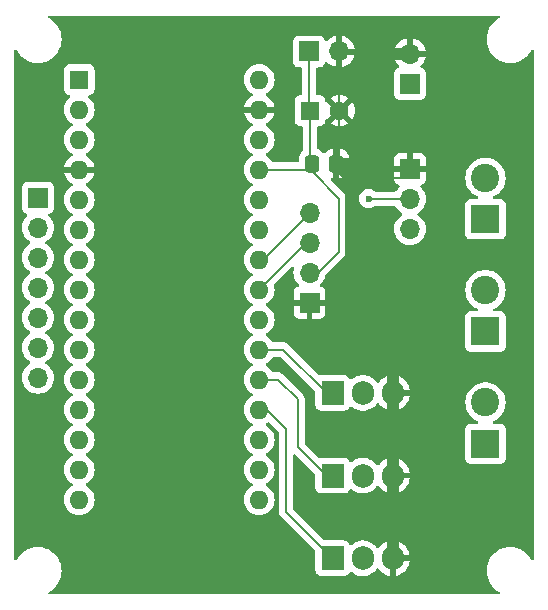
<source format=gbr>
%TF.GenerationSoftware,KiCad,Pcbnew,8.0.2*%
%TF.CreationDate,2025-02-28T20:58:28+01:00*%
%TF.ProjectId,K-Pillar,4b2d5069-6c6c-4617-922e-6b696361645f,rev?*%
%TF.SameCoordinates,Original*%
%TF.FileFunction,Copper,L1,Top*%
%TF.FilePolarity,Positive*%
%FSLAX46Y46*%
G04 Gerber Fmt 4.6, Leading zero omitted, Abs format (unit mm)*
G04 Created by KiCad (PCBNEW 8.0.2) date 2025-02-28 20:58:28*
%MOMM*%
%LPD*%
G01*
G04 APERTURE LIST*
G04 Aperture macros list*
%AMRoundRect*
0 Rectangle with rounded corners*
0 $1 Rounding radius*
0 $2 $3 $4 $5 $6 $7 $8 $9 X,Y pos of 4 corners*
0 Add a 4 corners polygon primitive as box body*
4,1,4,$2,$3,$4,$5,$6,$7,$8,$9,$2,$3,0*
0 Add four circle primitives for the rounded corners*
1,1,$1+$1,$2,$3*
1,1,$1+$1,$4,$5*
1,1,$1+$1,$6,$7*
1,1,$1+$1,$8,$9*
0 Add four rect primitives between the rounded corners*
20,1,$1+$1,$2,$3,$4,$5,0*
20,1,$1+$1,$4,$5,$6,$7,0*
20,1,$1+$1,$6,$7,$8,$9,0*
20,1,$1+$1,$8,$9,$2,$3,0*%
G04 Aperture macros list end*
%TA.AperFunction,ComponentPad*%
%ADD10R,1.700000X1.700000*%
%TD*%
%TA.AperFunction,ComponentPad*%
%ADD11O,1.700000X1.700000*%
%TD*%
%TA.AperFunction,SMDPad,CuDef*%
%ADD12RoundRect,0.250000X0.337500X0.475000X-0.337500X0.475000X-0.337500X-0.475000X0.337500X-0.475000X0*%
%TD*%
%TA.AperFunction,ComponentPad*%
%ADD13R,2.400000X2.400000*%
%TD*%
%TA.AperFunction,ComponentPad*%
%ADD14C,2.400000*%
%TD*%
%TA.AperFunction,ComponentPad*%
%ADD15R,1.905000X2.000000*%
%TD*%
%TA.AperFunction,ComponentPad*%
%ADD16O,1.905000X2.000000*%
%TD*%
%TA.AperFunction,ComponentPad*%
%ADD17R,1.600000X1.600000*%
%TD*%
%TA.AperFunction,ComponentPad*%
%ADD18O,1.600000X1.600000*%
%TD*%
%TA.AperFunction,ComponentPad*%
%ADD19C,1.600000*%
%TD*%
%TA.AperFunction,ViaPad*%
%ADD20C,0.600000*%
%TD*%
%TA.AperFunction,Conductor*%
%ADD21C,0.200000*%
%TD*%
%TA.AperFunction,Conductor*%
%ADD22C,1.000000*%
%TD*%
G04 APERTURE END LIST*
D10*
%TO.P,J1,1,Pin_1*%
%TO.N,GND*%
X51000000Y-44800000D03*
D11*
%TO.P,J1,2,Pin_2*%
%TO.N,+5V*%
X51000000Y-42260000D03*
%TO.P,J1,3,Pin_3*%
%TO.N,Net-(A1-A4)*%
X51000000Y-39720000D03*
%TO.P,J1,4,Pin_4*%
%TO.N,Net-(A1-A5)*%
X51000000Y-37180000D03*
%TD*%
D10*
%TO.P,J2,1,Pin_1*%
%TO.N,Net-(A1-D2)*%
X28000000Y-35920000D03*
D11*
%TO.P,J2,2,Pin_2*%
%TO.N,Net-(A1-D3)*%
X28000000Y-38460000D03*
%TO.P,J2,3,Pin_3*%
%TO.N,Net-(A1-D4)*%
X28000000Y-41000000D03*
%TO.P,J2,4,Pin_4*%
%TO.N,Net-(A1-D5)*%
X28000000Y-43540000D03*
%TO.P,J2,5,Pin_5*%
%TO.N,Net-(A1-D6)*%
X28000000Y-46080000D03*
%TO.P,J2,6,Pin_6*%
%TO.N,Net-(A1-D7)*%
X28000000Y-48620000D03*
%TO.P,J2,7,Pin_7*%
%TO.N,Net-(A1-D8)*%
X28000000Y-51160000D03*
%TD*%
D12*
%TO.P,C1,1*%
%TO.N,GND*%
X53277500Y-33040000D03*
%TO.P,C1,2*%
%TO.N,+5V*%
X51202500Y-33040000D03*
%TD*%
D10*
%TO.P,12V1,1,Pin_1*%
%TO.N,+12V*%
X59500000Y-26275000D03*
D11*
%TO.P,12V1,2,Pin_2*%
%TO.N,GND*%
X59500000Y-23735000D03*
%TD*%
D13*
%TO.P,M1,1,+*%
%TO.N,+12V*%
X65900000Y-56750000D03*
D14*
%TO.P,M1,2,-*%
%TO.N,Net-(M1--)*%
X65900000Y-53250000D03*
%TD*%
D13*
%TO.P,M3,1,+*%
%TO.N,+12V*%
X65900000Y-37750000D03*
D14*
%TO.P,M3,2,-*%
%TO.N,Net-(M3--)*%
X65900000Y-34250000D03*
%TD*%
D15*
%TO.P,Q2,1,G*%
%TO.N,PUMP2*%
X52960000Y-59445000D03*
D16*
%TO.P,Q2,2,D*%
%TO.N,Net-(M2--)*%
X55500000Y-59445000D03*
%TO.P,Q2,3,S*%
%TO.N,GND*%
X58040000Y-59445000D03*
%TD*%
D17*
%TO.P,A1,1,D1/TX*%
%TO.N,unconnected-(A1-D1{slash}TX-Pad1)*%
X31500000Y-25920000D03*
D18*
%TO.P,A1,2,D0/RX*%
%TO.N,unconnected-(A1-D0{slash}RX-Pad2)*%
X31500000Y-28460000D03*
%TO.P,A1,3,~{RESET}*%
%TO.N,unconnected-(A1-~{RESET}-Pad3)*%
X31500000Y-31000000D03*
%TO.P,A1,4,GND*%
%TO.N,GND*%
X31500000Y-33540000D03*
%TO.P,A1,5,D2*%
%TO.N,Net-(A1-D2)*%
X31500000Y-36080000D03*
%TO.P,A1,6,D3*%
%TO.N,Net-(A1-D3)*%
X31500000Y-38620000D03*
%TO.P,A1,7,D4*%
%TO.N,Net-(A1-D4)*%
X31500000Y-41160000D03*
%TO.P,A1,8,D5*%
%TO.N,Net-(A1-D5)*%
X31500000Y-43700000D03*
%TO.P,A1,9,D6*%
%TO.N,Net-(A1-D6)*%
X31500000Y-46240000D03*
%TO.P,A1,10,D7*%
%TO.N,Net-(A1-D7)*%
X31500000Y-48780000D03*
%TO.P,A1,11,D8*%
%TO.N,Net-(A1-D8)*%
X31500000Y-51320000D03*
%TO.P,A1,12,D9*%
%TO.N,unconnected-(A1-D9-Pad12)*%
X31500000Y-53860000D03*
%TO.P,A1,13,D10*%
%TO.N,unconnected-(A1-D10-Pad13)*%
X31500000Y-56400000D03*
%TO.P,A1,14,D11*%
%TO.N,unconnected-(A1-D11-Pad14)*%
X31500000Y-58940000D03*
%TO.P,A1,15,D12*%
%TO.N,unconnected-(A1-D12-Pad15)*%
X31500000Y-61480000D03*
%TO.P,A1,16,D13*%
%TO.N,unconnected-(A1-D13-Pad16)*%
X46740000Y-61480000D03*
%TO.P,A1,17,3V3*%
%TO.N,unconnected-(A1-3V3-Pad17)*%
X46740000Y-58940000D03*
%TO.P,A1,18,AREF*%
%TO.N,unconnected-(A1-AREF-Pad18)*%
X46740000Y-56400000D03*
%TO.P,A1,19,A0*%
%TO.N,PUMP1*%
X46740000Y-53860000D03*
%TO.P,A1,20,A1*%
%TO.N,PUMP2*%
X46740000Y-51320000D03*
%TO.P,A1,21,A2*%
%TO.N,PUMP3*%
X46740000Y-48780000D03*
%TO.P,A1,22,A3*%
%TO.N,Net-(A1-A3)*%
X46740000Y-46240000D03*
%TO.P,A1,23,A4*%
%TO.N,Net-(A1-A4)*%
X46740000Y-43700000D03*
%TO.P,A1,24,A5*%
%TO.N,Net-(A1-A5)*%
X46740000Y-41160000D03*
%TO.P,A1,25,A6*%
%TO.N,unconnected-(A1-A6-Pad25)*%
X46740000Y-38620000D03*
%TO.P,A1,26,A7*%
%TO.N,unconnected-(A1-A7-Pad26)*%
X46740000Y-36080000D03*
%TO.P,A1,27,+5V*%
%TO.N,+5V*%
X46740000Y-33540000D03*
%TO.P,A1,28,~{RESET}*%
%TO.N,unconnected-(A1-~{RESET}-Pad28)*%
X46740000Y-31000000D03*
%TO.P,A1,29,GND*%
%TO.N,GND*%
X46740000Y-28460000D03*
%TO.P,A1,30,VIN*%
%TO.N,unconnected-(A1-VIN-Pad30)*%
X46740000Y-25920000D03*
%TD*%
D13*
%TO.P,M2,1,+*%
%TO.N,+12V*%
X65900000Y-47250000D03*
D14*
%TO.P,M2,2,-*%
%TO.N,Net-(M2--)*%
X65900000Y-43750000D03*
%TD*%
D10*
%TO.P,5V1,1,Pin_1*%
%TO.N,+5V*%
X50965000Y-23540000D03*
D11*
%TO.P,5V1,2,Pin_2*%
%TO.N,GND*%
X53505000Y-23540000D03*
%TD*%
D15*
%TO.P,Q3,1,G*%
%TO.N,PUMP3*%
X52960000Y-52445000D03*
D16*
%TO.P,Q3,2,D*%
%TO.N,Net-(M3--)*%
X55500000Y-52445000D03*
%TO.P,Q3,3,S*%
%TO.N,GND*%
X58040000Y-52445000D03*
%TD*%
D15*
%TO.P,Q1,1,G*%
%TO.N,PUMP1*%
X52960000Y-66445000D03*
D16*
%TO.P,Q1,2,D*%
%TO.N,Net-(M1--)*%
X55500000Y-66445000D03*
%TO.P,Q1,3,S*%
%TO.N,GND*%
X58040000Y-66445000D03*
%TD*%
D10*
%TO.P,J3,1,Pin_1*%
%TO.N,GND*%
X59500000Y-33475000D03*
D11*
%TO.P,J3,2,Pin_2*%
%TO.N,+5V*%
X59500000Y-36015000D03*
%TO.P,J3,3,Pin_3*%
%TO.N,Net-(A1-A3)*%
X59500000Y-38555000D03*
%TD*%
D17*
%TO.P,C2,1*%
%TO.N,+5V*%
X51034888Y-28540000D03*
D19*
%TO.P,C2,2*%
%TO.N,GND*%
X53534888Y-28540000D03*
%TD*%
D20*
%TO.N,+5V*%
X56000000Y-36000000D03*
%TD*%
D21*
%TO.N,Net-(A1-A4)*%
X46740000Y-43700000D02*
X50720000Y-39720000D01*
X50720000Y-39720000D02*
X51000000Y-39720000D01*
%TO.N,Net-(A1-A5)*%
X47020000Y-41160000D02*
X51000000Y-37180000D01*
X46740000Y-41160000D02*
X47020000Y-41160000D01*
%TO.N,GND*%
X59500000Y-33475000D02*
X58712500Y-34262500D01*
X51000000Y-44800000D02*
X52700000Y-44800000D01*
D22*
X58040000Y-46540000D02*
X55500000Y-44000000D01*
D21*
X52700000Y-44800000D02*
X54500000Y-43000000D01*
D22*
X55722500Y-33040000D02*
X53277500Y-33040000D01*
D21*
X59500000Y-23735000D02*
X53700000Y-23735000D01*
D22*
X56500000Y-32262500D02*
X54500000Y-34262500D01*
X57500000Y-23735000D02*
X56500000Y-24735000D01*
X54500000Y-35500000D02*
X54500000Y-34262500D01*
D21*
X53700000Y-23735000D02*
X53505000Y-23540000D01*
D22*
X54500000Y-43000000D02*
X54500000Y-35500000D01*
X54500000Y-34262500D02*
X53277500Y-33040000D01*
D21*
X53534888Y-28540000D02*
X53534888Y-23569888D01*
D22*
X56500000Y-24735000D02*
X56500000Y-32262500D01*
X59500000Y-23735000D02*
X57500000Y-23735000D01*
X58040000Y-59445000D02*
X58040000Y-52445000D01*
D21*
X53277500Y-33040000D02*
X53534888Y-32782612D01*
D22*
X58040000Y-52445000D02*
X58040000Y-46540000D01*
D21*
X53534888Y-23569888D02*
X53505000Y-23540000D01*
D22*
X55500000Y-44000000D02*
X54500000Y-43000000D01*
X56500000Y-32262500D02*
X55722500Y-33040000D01*
D21*
X53534888Y-32782612D02*
X53534888Y-28540000D01*
X58712500Y-34262500D02*
X54500000Y-34262500D01*
D22*
X58040000Y-66445000D02*
X58040000Y-59445000D01*
D21*
%TO.N,+5V*%
X51202500Y-33702500D02*
X51202500Y-33040000D01*
X53500000Y-40500000D02*
X53500000Y-36000000D01*
X51034888Y-28540000D02*
X51034888Y-32872388D01*
X59500000Y-36015000D02*
X59485000Y-36000000D01*
X51000000Y-42260000D02*
X51740000Y-42260000D01*
X51034888Y-32872388D02*
X51202500Y-33040000D01*
X53500000Y-36000000D02*
X51202500Y-33702500D01*
X59485000Y-36000000D02*
X56000000Y-36000000D01*
X51740000Y-42260000D02*
X53500000Y-40500000D01*
X50702500Y-33540000D02*
X51202500Y-33040000D01*
X46740000Y-33540000D02*
X50702500Y-33540000D01*
X50965000Y-28470112D02*
X51034888Y-28540000D01*
X50965000Y-23540000D02*
X50965000Y-28470112D01*
%TO.N,PUMP1*%
X49000000Y-55500000D02*
X47360000Y-53860000D01*
X47360000Y-53860000D02*
X46740000Y-53860000D01*
X52945000Y-66445000D02*
X49000000Y-62500000D01*
X52960000Y-66445000D02*
X52945000Y-66445000D01*
X49000000Y-62500000D02*
X49000000Y-55500000D01*
%TO.N,PUMP3*%
X52445000Y-52445000D02*
X48780000Y-48780000D01*
X48780000Y-48780000D02*
X46740000Y-48780000D01*
X52960000Y-52445000D02*
X52445000Y-52445000D01*
%TO.N,PUMP2*%
X50000000Y-53000000D02*
X48320000Y-51320000D01*
X50000000Y-57000000D02*
X50000000Y-53000000D01*
X52445000Y-59445000D02*
X50000000Y-57000000D01*
X52960000Y-59445000D02*
X52445000Y-59445000D01*
X48320000Y-51320000D02*
X46740000Y-51320000D01*
%TD*%
%TA.AperFunction,Conductor*%
%TO.N,GND*%
G36*
X67068783Y-20520185D02*
G01*
X67114538Y-20572989D01*
X67124482Y-20642147D01*
X67095457Y-20705703D01*
X67061171Y-20733332D01*
X66915690Y-20812770D01*
X66915682Y-20812775D01*
X66686612Y-20984254D01*
X66686594Y-20984270D01*
X66484270Y-21186594D01*
X66484254Y-21186612D01*
X66312775Y-21415682D01*
X66312770Y-21415690D01*
X66175635Y-21666833D01*
X66075628Y-21934962D01*
X66014804Y-22214566D01*
X65994390Y-22499998D01*
X65994390Y-22500001D01*
X66014804Y-22785433D01*
X66075628Y-23065037D01*
X66075630Y-23065043D01*
X66075631Y-23065046D01*
X66159535Y-23290000D01*
X66175635Y-23333166D01*
X66312770Y-23584309D01*
X66312775Y-23584317D01*
X66484254Y-23813387D01*
X66484270Y-23813405D01*
X66686594Y-24015729D01*
X66686612Y-24015745D01*
X66915682Y-24187224D01*
X66915690Y-24187229D01*
X67166833Y-24324364D01*
X67166832Y-24324364D01*
X67166836Y-24324365D01*
X67166839Y-24324367D01*
X67434954Y-24424369D01*
X67434960Y-24424370D01*
X67434962Y-24424371D01*
X67714566Y-24485195D01*
X67714568Y-24485195D01*
X67714572Y-24485196D01*
X67968220Y-24503337D01*
X67999999Y-24505610D01*
X68000000Y-24505610D01*
X68000001Y-24505610D01*
X68028595Y-24503564D01*
X68285428Y-24485196D01*
X68565046Y-24424369D01*
X68833161Y-24324367D01*
X69084315Y-24187226D01*
X69313395Y-24015739D01*
X69515739Y-23813395D01*
X69687226Y-23584315D01*
X69741457Y-23484999D01*
X69766668Y-23438829D01*
X69816073Y-23389424D01*
X69884346Y-23374572D01*
X69949811Y-23398989D01*
X69991682Y-23454923D01*
X69999500Y-23498256D01*
X69999500Y-66501743D01*
X69979815Y-66568782D01*
X69927011Y-66614537D01*
X69857853Y-66624481D01*
X69794297Y-66595456D01*
X69766668Y-66561170D01*
X69687229Y-66415690D01*
X69687224Y-66415682D01*
X69515745Y-66186612D01*
X69515729Y-66186594D01*
X69313405Y-65984270D01*
X69313387Y-65984254D01*
X69084317Y-65812775D01*
X69084309Y-65812770D01*
X68833166Y-65675635D01*
X68833167Y-65675635D01*
X68725915Y-65635632D01*
X68565046Y-65575631D01*
X68565043Y-65575630D01*
X68565037Y-65575628D01*
X68285433Y-65514804D01*
X68000001Y-65494390D01*
X67999999Y-65494390D01*
X67714566Y-65514804D01*
X67434962Y-65575628D01*
X67166833Y-65675635D01*
X66915690Y-65812770D01*
X66915682Y-65812775D01*
X66686612Y-65984254D01*
X66686594Y-65984270D01*
X66484270Y-66186594D01*
X66484254Y-66186612D01*
X66312775Y-66415682D01*
X66312770Y-66415690D01*
X66175635Y-66666833D01*
X66075628Y-66934962D01*
X66014804Y-67214566D01*
X65994390Y-67499998D01*
X65994390Y-67500001D01*
X66014804Y-67785433D01*
X66075628Y-68065037D01*
X66175635Y-68333166D01*
X66312770Y-68584309D01*
X66312775Y-68584317D01*
X66484254Y-68813387D01*
X66484270Y-68813405D01*
X66686594Y-69015729D01*
X66686612Y-69015745D01*
X66915682Y-69187224D01*
X66915690Y-69187229D01*
X67061171Y-69266668D01*
X67110576Y-69316073D01*
X67125428Y-69384346D01*
X67101011Y-69449811D01*
X67045077Y-69491682D01*
X67001744Y-69499500D01*
X28998256Y-69499500D01*
X28931217Y-69479815D01*
X28885462Y-69427011D01*
X28875518Y-69357853D01*
X28904543Y-69294297D01*
X28938829Y-69266668D01*
X29016982Y-69223992D01*
X29084315Y-69187226D01*
X29313395Y-69015739D01*
X29515739Y-68813395D01*
X29687226Y-68584315D01*
X29824367Y-68333161D01*
X29924369Y-68065046D01*
X29964081Y-67882492D01*
X29985195Y-67785433D01*
X29985195Y-67785432D01*
X29985196Y-67785428D01*
X30005610Y-67500000D01*
X30005100Y-67492876D01*
X29995178Y-67354137D01*
X29985196Y-67214572D01*
X29929277Y-66957518D01*
X29924371Y-66934962D01*
X29924370Y-66934960D01*
X29924369Y-66934954D01*
X29824367Y-66666839D01*
X29801754Y-66625427D01*
X29687229Y-66415690D01*
X29687224Y-66415682D01*
X29515745Y-66186612D01*
X29515729Y-66186594D01*
X29313405Y-65984270D01*
X29313387Y-65984254D01*
X29084317Y-65812775D01*
X29084309Y-65812770D01*
X28833166Y-65675635D01*
X28833167Y-65675635D01*
X28725915Y-65635632D01*
X28565046Y-65575631D01*
X28565043Y-65575630D01*
X28565037Y-65575628D01*
X28285433Y-65514804D01*
X28000001Y-65494390D01*
X27999999Y-65494390D01*
X27714566Y-65514804D01*
X27434962Y-65575628D01*
X27166833Y-65675635D01*
X26915690Y-65812770D01*
X26915682Y-65812775D01*
X26686612Y-65984254D01*
X26686594Y-65984270D01*
X26484270Y-66186594D01*
X26484254Y-66186612D01*
X26312775Y-66415682D01*
X26312770Y-66415690D01*
X26233332Y-66561170D01*
X26183926Y-66610575D01*
X26115653Y-66625427D01*
X26050189Y-66601010D01*
X26008318Y-66545076D01*
X26000500Y-66501743D01*
X26000500Y-38459999D01*
X26644341Y-38459999D01*
X26644341Y-38460000D01*
X26664936Y-38695403D01*
X26664938Y-38695413D01*
X26726094Y-38923655D01*
X26726096Y-38923659D01*
X26726097Y-38923663D01*
X26792698Y-39066488D01*
X26825965Y-39137830D01*
X26825967Y-39137834D01*
X26961501Y-39331395D01*
X26961506Y-39331402D01*
X27128597Y-39498493D01*
X27128603Y-39498498D01*
X27314158Y-39628425D01*
X27357783Y-39683002D01*
X27364977Y-39752500D01*
X27333454Y-39814855D01*
X27314158Y-39831575D01*
X27128597Y-39961505D01*
X26961505Y-40128597D01*
X26825965Y-40322169D01*
X26825964Y-40322171D01*
X26726098Y-40536335D01*
X26726094Y-40536344D01*
X26664938Y-40764586D01*
X26664936Y-40764596D01*
X26644341Y-40999999D01*
X26644341Y-41000000D01*
X26664936Y-41235403D01*
X26664938Y-41235413D01*
X26726094Y-41463655D01*
X26726096Y-41463659D01*
X26726097Y-41463663D01*
X26792698Y-41606488D01*
X26825965Y-41677830D01*
X26825967Y-41677834D01*
X26961501Y-41871395D01*
X26961506Y-41871402D01*
X27128597Y-42038493D01*
X27128603Y-42038498D01*
X27314158Y-42168425D01*
X27357783Y-42223002D01*
X27364977Y-42292500D01*
X27333454Y-42354855D01*
X27314158Y-42371575D01*
X27128597Y-42501505D01*
X26961505Y-42668597D01*
X26825965Y-42862169D01*
X26825964Y-42862171D01*
X26726098Y-43076335D01*
X26726094Y-43076344D01*
X26664938Y-43304586D01*
X26664936Y-43304596D01*
X26644341Y-43539999D01*
X26644341Y-43540000D01*
X26664936Y-43775403D01*
X26664938Y-43775413D01*
X26726094Y-44003655D01*
X26726096Y-44003659D01*
X26726097Y-44003663D01*
X26792698Y-44146488D01*
X26825965Y-44217830D01*
X26825967Y-44217834D01*
X26961501Y-44411395D01*
X26961506Y-44411402D01*
X27128597Y-44578493D01*
X27128603Y-44578498D01*
X27314158Y-44708425D01*
X27357783Y-44763002D01*
X27364977Y-44832500D01*
X27333454Y-44894855D01*
X27314158Y-44911575D01*
X27128597Y-45041505D01*
X26961505Y-45208597D01*
X26825965Y-45402169D01*
X26825964Y-45402171D01*
X26726098Y-45616335D01*
X26726094Y-45616344D01*
X26664938Y-45844586D01*
X26664936Y-45844596D01*
X26644341Y-46079999D01*
X26644341Y-46080000D01*
X26664936Y-46315403D01*
X26664938Y-46315413D01*
X26726094Y-46543655D01*
X26726096Y-46543659D01*
X26726097Y-46543663D01*
X26792698Y-46686488D01*
X26825965Y-46757830D01*
X26825967Y-46757834D01*
X26961501Y-46951395D01*
X26961506Y-46951402D01*
X27128597Y-47118493D01*
X27128603Y-47118498D01*
X27314158Y-47248425D01*
X27357783Y-47303002D01*
X27364977Y-47372500D01*
X27333454Y-47434855D01*
X27314158Y-47451575D01*
X27128597Y-47581505D01*
X26961505Y-47748597D01*
X26825965Y-47942169D01*
X26825964Y-47942171D01*
X26726098Y-48156335D01*
X26726094Y-48156344D01*
X26664938Y-48384586D01*
X26664936Y-48384596D01*
X26644341Y-48619999D01*
X26644341Y-48620000D01*
X26664936Y-48855403D01*
X26664938Y-48855413D01*
X26726094Y-49083655D01*
X26726096Y-49083659D01*
X26726097Y-49083663D01*
X26792698Y-49226488D01*
X26825965Y-49297830D01*
X26825967Y-49297834D01*
X26961501Y-49491395D01*
X26961506Y-49491402D01*
X27128597Y-49658493D01*
X27128603Y-49658498D01*
X27314158Y-49788425D01*
X27357783Y-49843002D01*
X27364977Y-49912500D01*
X27333454Y-49974855D01*
X27314158Y-49991575D01*
X27128597Y-50121505D01*
X26961505Y-50288597D01*
X26825965Y-50482169D01*
X26825964Y-50482171D01*
X26726098Y-50696335D01*
X26726094Y-50696344D01*
X26664938Y-50924586D01*
X26664936Y-50924596D01*
X26644341Y-51159999D01*
X26644341Y-51160000D01*
X26664936Y-51395403D01*
X26664938Y-51395413D01*
X26726094Y-51623655D01*
X26726096Y-51623659D01*
X26726097Y-51623663D01*
X26792698Y-51766488D01*
X26825965Y-51837830D01*
X26825967Y-51837834D01*
X26892241Y-51932482D01*
X26961505Y-52031401D01*
X27128599Y-52198495D01*
X27225384Y-52266265D01*
X27322165Y-52334032D01*
X27322167Y-52334033D01*
X27322170Y-52334035D01*
X27536337Y-52433903D01*
X27764592Y-52495063D01*
X27936565Y-52510109D01*
X27999999Y-52515659D01*
X28000000Y-52515659D01*
X28000001Y-52515659D01*
X28039234Y-52512226D01*
X28235408Y-52495063D01*
X28463663Y-52433903D01*
X28677830Y-52334035D01*
X28871401Y-52198495D01*
X29038495Y-52031401D01*
X29174035Y-51837830D01*
X29273903Y-51623663D01*
X29335063Y-51395408D01*
X29355659Y-51160000D01*
X29335063Y-50924592D01*
X29288626Y-50751285D01*
X29273905Y-50696344D01*
X29273904Y-50696343D01*
X29273903Y-50696337D01*
X29174035Y-50482171D01*
X29060450Y-50319953D01*
X29038494Y-50288597D01*
X28871402Y-50121506D01*
X28871396Y-50121501D01*
X28685842Y-49991575D01*
X28642217Y-49936998D01*
X28635023Y-49867500D01*
X28666546Y-49805145D01*
X28685842Y-49788425D01*
X28708026Y-49772891D01*
X28871401Y-49658495D01*
X29038495Y-49491401D01*
X29174035Y-49297830D01*
X29273903Y-49083663D01*
X29335063Y-48855408D01*
X29355659Y-48620000D01*
X29335063Y-48384592D01*
X29288626Y-48211285D01*
X29273905Y-48156344D01*
X29273904Y-48156343D01*
X29273903Y-48156337D01*
X29174035Y-47942171D01*
X29060450Y-47779953D01*
X29038494Y-47748597D01*
X28871402Y-47581506D01*
X28871396Y-47581501D01*
X28685842Y-47451575D01*
X28642217Y-47396998D01*
X28635023Y-47327500D01*
X28666546Y-47265145D01*
X28685842Y-47248425D01*
X28708026Y-47232891D01*
X28871401Y-47118495D01*
X29038495Y-46951401D01*
X29174035Y-46757830D01*
X29273903Y-46543663D01*
X29335063Y-46315408D01*
X29355659Y-46080000D01*
X29335063Y-45844592D01*
X29273903Y-45616337D01*
X29174035Y-45402171D01*
X29144929Y-45360602D01*
X29038494Y-45208597D01*
X28871402Y-45041506D01*
X28871396Y-45041501D01*
X28685842Y-44911575D01*
X28642217Y-44856998D01*
X28635023Y-44787500D01*
X28666546Y-44725145D01*
X28685842Y-44708425D01*
X28708026Y-44692891D01*
X28871401Y-44578495D01*
X29038495Y-44411401D01*
X29174035Y-44217830D01*
X29273903Y-44003663D01*
X29335063Y-43775408D01*
X29355659Y-43540000D01*
X29335063Y-43304592D01*
X29273903Y-43076337D01*
X29174035Y-42862171D01*
X29077046Y-42723655D01*
X29038494Y-42668597D01*
X28871402Y-42501506D01*
X28871396Y-42501501D01*
X28685842Y-42371575D01*
X28642217Y-42316998D01*
X28635023Y-42247500D01*
X28666546Y-42185145D01*
X28685842Y-42168425D01*
X28801430Y-42087489D01*
X28871401Y-42038495D01*
X29038495Y-41871401D01*
X29174035Y-41677830D01*
X29273903Y-41463663D01*
X29335063Y-41235408D01*
X29355659Y-41000000D01*
X29335063Y-40764592D01*
X29273903Y-40536337D01*
X29174035Y-40322171D01*
X29149817Y-40287583D01*
X29038494Y-40128597D01*
X28871402Y-39961506D01*
X28871396Y-39961501D01*
X28685842Y-39831575D01*
X28642217Y-39776998D01*
X28635023Y-39707500D01*
X28666546Y-39645145D01*
X28685842Y-39628425D01*
X28708026Y-39612891D01*
X28871401Y-39498495D01*
X29038495Y-39331401D01*
X29174035Y-39137830D01*
X29273903Y-38923663D01*
X29335063Y-38695408D01*
X29355659Y-38460000D01*
X29335063Y-38224592D01*
X29273903Y-37996337D01*
X29174035Y-37782171D01*
X29105014Y-37683599D01*
X29038496Y-37588600D01*
X28993652Y-37543756D01*
X28916567Y-37466671D01*
X28883084Y-37405351D01*
X28888068Y-37335659D01*
X28929939Y-37279725D01*
X28960915Y-37262810D01*
X29092331Y-37213796D01*
X29207546Y-37127546D01*
X29293796Y-37012331D01*
X29344091Y-36877483D01*
X29350500Y-36817873D01*
X29350499Y-35022128D01*
X29344091Y-34962517D01*
X29343138Y-34959963D01*
X29293797Y-34827671D01*
X29293793Y-34827664D01*
X29207547Y-34712455D01*
X29207544Y-34712452D01*
X29092335Y-34626206D01*
X29092328Y-34626202D01*
X28957482Y-34575908D01*
X28957483Y-34575908D01*
X28897883Y-34569501D01*
X28897881Y-34569500D01*
X28897873Y-34569500D01*
X28897864Y-34569500D01*
X27102129Y-34569500D01*
X27102123Y-34569501D01*
X27042516Y-34575908D01*
X26907671Y-34626202D01*
X26907664Y-34626206D01*
X26792455Y-34712452D01*
X26792452Y-34712455D01*
X26706206Y-34827664D01*
X26706202Y-34827671D01*
X26655908Y-34962517D01*
X26649590Y-35021286D01*
X26649501Y-35022123D01*
X26649500Y-35022135D01*
X26649500Y-36817870D01*
X26649501Y-36817876D01*
X26655908Y-36877483D01*
X26706202Y-37012328D01*
X26706206Y-37012335D01*
X26792452Y-37127544D01*
X26792455Y-37127547D01*
X26907664Y-37213793D01*
X26907671Y-37213797D01*
X27039081Y-37262810D01*
X27095015Y-37304681D01*
X27119432Y-37370145D01*
X27104580Y-37438418D01*
X27083430Y-37466673D01*
X26961503Y-37588600D01*
X26825965Y-37782169D01*
X26825964Y-37782171D01*
X26726098Y-37996335D01*
X26726094Y-37996344D01*
X26664938Y-38224586D01*
X26664936Y-38224596D01*
X26644341Y-38459999D01*
X26000500Y-38459999D01*
X26000500Y-28459998D01*
X30194532Y-28459998D01*
X30194532Y-28460001D01*
X30214364Y-28686686D01*
X30214366Y-28686697D01*
X30273258Y-28906488D01*
X30273261Y-28906497D01*
X30369431Y-29112732D01*
X30369432Y-29112734D01*
X30499954Y-29299141D01*
X30660858Y-29460045D01*
X30660861Y-29460047D01*
X30847266Y-29590568D01*
X30904681Y-29617341D01*
X30905275Y-29617618D01*
X30957714Y-29663791D01*
X30976866Y-29730984D01*
X30956650Y-29797865D01*
X30905275Y-29842382D01*
X30847267Y-29869431D01*
X30847265Y-29869432D01*
X30660858Y-29999954D01*
X30499954Y-30160858D01*
X30369432Y-30347265D01*
X30369431Y-30347267D01*
X30273261Y-30553502D01*
X30273258Y-30553511D01*
X30214366Y-30773302D01*
X30214364Y-30773313D01*
X30194532Y-30999998D01*
X30194532Y-31000001D01*
X30214364Y-31226686D01*
X30214366Y-31226697D01*
X30273258Y-31446488D01*
X30273261Y-31446497D01*
X30369431Y-31652732D01*
X30369432Y-31652734D01*
X30499954Y-31839141D01*
X30660858Y-32000045D01*
X30660861Y-32000047D01*
X30847266Y-32130568D01*
X30905865Y-32157893D01*
X30958305Y-32204065D01*
X30977457Y-32271258D01*
X30957242Y-32338139D01*
X30905867Y-32382657D01*
X30847515Y-32409867D01*
X30661179Y-32540342D01*
X30500342Y-32701179D01*
X30369865Y-32887517D01*
X30273734Y-33093673D01*
X30273730Y-33093682D01*
X30221127Y-33289999D01*
X30221128Y-33290000D01*
X31066988Y-33290000D01*
X31034075Y-33347007D01*
X31000000Y-33474174D01*
X31000000Y-33605826D01*
X31034075Y-33732993D01*
X31066988Y-33790000D01*
X30221128Y-33790000D01*
X30273730Y-33986317D01*
X30273734Y-33986326D01*
X30369865Y-34192482D01*
X30500342Y-34378820D01*
X30661179Y-34539657D01*
X30847518Y-34670134D01*
X30847520Y-34670135D01*
X30905865Y-34697342D01*
X30958305Y-34743514D01*
X30977457Y-34810707D01*
X30957242Y-34877589D01*
X30905867Y-34922105D01*
X30847268Y-34949431D01*
X30847264Y-34949433D01*
X30660858Y-35079954D01*
X30499954Y-35240858D01*
X30369432Y-35427265D01*
X30369431Y-35427267D01*
X30273261Y-35633502D01*
X30273258Y-35633511D01*
X30214366Y-35853302D01*
X30214364Y-35853313D01*
X30194532Y-36079998D01*
X30194532Y-36080001D01*
X30214364Y-36306686D01*
X30214366Y-36306697D01*
X30273258Y-36526488D01*
X30273261Y-36526497D01*
X30369431Y-36732732D01*
X30369432Y-36732734D01*
X30499954Y-36919141D01*
X30660858Y-37080045D01*
X30660861Y-37080047D01*
X30847266Y-37210568D01*
X30905275Y-37237618D01*
X30957714Y-37283791D01*
X30976866Y-37350984D01*
X30956650Y-37417865D01*
X30905275Y-37462381D01*
X30888272Y-37470310D01*
X30847267Y-37489431D01*
X30847265Y-37489432D01*
X30660858Y-37619954D01*
X30499954Y-37780858D01*
X30369432Y-37967265D01*
X30369431Y-37967267D01*
X30273261Y-38173502D01*
X30273258Y-38173511D01*
X30214366Y-38393302D01*
X30214364Y-38393313D01*
X30194532Y-38619998D01*
X30194532Y-38620001D01*
X30214364Y-38846686D01*
X30214366Y-38846697D01*
X30273258Y-39066488D01*
X30273261Y-39066497D01*
X30369431Y-39272732D01*
X30369432Y-39272734D01*
X30499954Y-39459141D01*
X30660858Y-39620045D01*
X30660861Y-39620047D01*
X30847266Y-39750568D01*
X30903945Y-39776998D01*
X30905275Y-39777618D01*
X30957714Y-39823791D01*
X30976866Y-39890984D01*
X30956650Y-39957865D01*
X30905275Y-40002382D01*
X30847267Y-40029431D01*
X30847265Y-40029432D01*
X30660858Y-40159954D01*
X30499954Y-40320858D01*
X30369432Y-40507265D01*
X30369431Y-40507267D01*
X30273261Y-40713502D01*
X30273258Y-40713511D01*
X30214366Y-40933302D01*
X30214364Y-40933313D01*
X30194532Y-41159998D01*
X30194532Y-41160001D01*
X30214364Y-41386686D01*
X30214366Y-41386697D01*
X30273258Y-41606488D01*
X30273261Y-41606497D01*
X30369431Y-41812732D01*
X30369432Y-41812734D01*
X30499954Y-41999141D01*
X30660858Y-42160045D01*
X30660861Y-42160047D01*
X30847266Y-42290568D01*
X30903945Y-42316998D01*
X30905275Y-42317618D01*
X30957714Y-42363791D01*
X30976866Y-42430984D01*
X30956650Y-42497865D01*
X30905275Y-42542382D01*
X30847267Y-42569431D01*
X30847265Y-42569432D01*
X30660858Y-42699954D01*
X30499954Y-42860858D01*
X30369432Y-43047265D01*
X30369431Y-43047267D01*
X30273261Y-43253502D01*
X30273258Y-43253511D01*
X30214366Y-43473302D01*
X30214364Y-43473313D01*
X30194532Y-43699998D01*
X30194532Y-43700001D01*
X30214364Y-43926686D01*
X30214366Y-43926697D01*
X30273258Y-44146488D01*
X30273261Y-44146497D01*
X30369431Y-44352732D01*
X30369432Y-44352734D01*
X30499954Y-44539141D01*
X30660858Y-44700045D01*
X30680838Y-44714035D01*
X30847266Y-44830568D01*
X30903945Y-44856998D01*
X30905275Y-44857618D01*
X30957714Y-44903791D01*
X30976866Y-44970984D01*
X30956650Y-45037865D01*
X30905275Y-45082382D01*
X30847267Y-45109431D01*
X30847265Y-45109432D01*
X30660858Y-45239954D01*
X30499954Y-45400858D01*
X30369432Y-45587265D01*
X30369431Y-45587267D01*
X30273261Y-45793502D01*
X30273258Y-45793511D01*
X30214366Y-46013302D01*
X30214364Y-46013313D01*
X30194532Y-46239998D01*
X30194532Y-46240001D01*
X30214364Y-46466686D01*
X30214366Y-46466697D01*
X30273258Y-46686488D01*
X30273261Y-46686497D01*
X30369431Y-46892732D01*
X30369432Y-46892734D01*
X30499954Y-47079141D01*
X30660858Y-47240045D01*
X30660861Y-47240047D01*
X30847266Y-47370568D01*
X30903945Y-47396998D01*
X30905275Y-47397618D01*
X30957714Y-47443791D01*
X30976866Y-47510984D01*
X30956650Y-47577865D01*
X30905275Y-47622382D01*
X30847267Y-47649431D01*
X30847265Y-47649432D01*
X30660858Y-47779954D01*
X30499954Y-47940858D01*
X30369432Y-48127265D01*
X30369431Y-48127267D01*
X30273261Y-48333502D01*
X30273258Y-48333511D01*
X30214366Y-48553302D01*
X30214364Y-48553313D01*
X30194532Y-48779998D01*
X30194532Y-48780001D01*
X30214364Y-49006686D01*
X30214366Y-49006697D01*
X30273258Y-49226488D01*
X30273261Y-49226497D01*
X30369431Y-49432732D01*
X30369432Y-49432734D01*
X30499954Y-49619141D01*
X30660858Y-49780045D01*
X30660861Y-49780047D01*
X30847266Y-49910568D01*
X30903945Y-49936998D01*
X30905275Y-49937618D01*
X30957714Y-49983791D01*
X30976866Y-50050984D01*
X30956650Y-50117865D01*
X30905275Y-50162382D01*
X30847267Y-50189431D01*
X30847265Y-50189432D01*
X30660858Y-50319954D01*
X30499954Y-50480858D01*
X30369432Y-50667265D01*
X30369431Y-50667267D01*
X30273261Y-50873502D01*
X30273258Y-50873511D01*
X30214366Y-51093302D01*
X30214364Y-51093313D01*
X30194532Y-51319998D01*
X30194532Y-51320001D01*
X30214364Y-51546686D01*
X30214366Y-51546697D01*
X30273258Y-51766488D01*
X30273261Y-51766497D01*
X30369431Y-51972732D01*
X30369432Y-51972734D01*
X30499954Y-52159141D01*
X30660858Y-52320045D01*
X30660861Y-52320047D01*
X30847266Y-52450568D01*
X30905275Y-52477618D01*
X30957714Y-52523791D01*
X30976866Y-52590984D01*
X30956650Y-52657865D01*
X30905275Y-52702382D01*
X30847267Y-52729431D01*
X30847265Y-52729432D01*
X30660858Y-52859954D01*
X30499954Y-53020858D01*
X30369432Y-53207265D01*
X30369431Y-53207267D01*
X30273261Y-53413502D01*
X30273258Y-53413511D01*
X30214366Y-53633302D01*
X30214364Y-53633313D01*
X30194532Y-53859998D01*
X30194532Y-53860001D01*
X30214364Y-54086686D01*
X30214366Y-54086697D01*
X30273258Y-54306488D01*
X30273261Y-54306497D01*
X30369431Y-54512732D01*
X30369432Y-54512734D01*
X30499954Y-54699141D01*
X30660858Y-54860045D01*
X30666074Y-54863697D01*
X30847266Y-54990568D01*
X30905275Y-55017618D01*
X30957714Y-55063791D01*
X30976866Y-55130984D01*
X30956650Y-55197865D01*
X30905275Y-55242382D01*
X30847267Y-55269431D01*
X30847265Y-55269432D01*
X30660858Y-55399954D01*
X30499954Y-55560858D01*
X30369432Y-55747265D01*
X30369431Y-55747267D01*
X30273261Y-55953502D01*
X30273258Y-55953511D01*
X30214366Y-56173302D01*
X30214364Y-56173313D01*
X30194532Y-56399998D01*
X30194532Y-56400001D01*
X30214364Y-56626686D01*
X30214366Y-56626697D01*
X30273258Y-56846488D01*
X30273261Y-56846497D01*
X30369431Y-57052732D01*
X30369432Y-57052734D01*
X30499954Y-57239141D01*
X30660858Y-57400045D01*
X30660861Y-57400047D01*
X30847266Y-57530568D01*
X30905275Y-57557618D01*
X30957714Y-57603791D01*
X30976866Y-57670984D01*
X30956650Y-57737865D01*
X30905275Y-57782382D01*
X30847267Y-57809431D01*
X30847265Y-57809432D01*
X30660858Y-57939954D01*
X30499954Y-58100858D01*
X30369432Y-58287265D01*
X30369431Y-58287267D01*
X30273261Y-58493502D01*
X30273258Y-58493511D01*
X30214366Y-58713302D01*
X30214364Y-58713313D01*
X30194532Y-58939998D01*
X30194532Y-58940001D01*
X30214364Y-59166686D01*
X30214366Y-59166697D01*
X30273258Y-59386488D01*
X30273261Y-59386497D01*
X30369431Y-59592732D01*
X30369432Y-59592734D01*
X30499954Y-59779141D01*
X30660858Y-59940045D01*
X30660861Y-59940047D01*
X30847266Y-60070568D01*
X30905275Y-60097618D01*
X30957714Y-60143791D01*
X30976866Y-60210984D01*
X30956650Y-60277865D01*
X30905275Y-60322382D01*
X30847267Y-60349431D01*
X30847265Y-60349432D01*
X30660858Y-60479954D01*
X30499954Y-60640858D01*
X30369432Y-60827265D01*
X30369431Y-60827267D01*
X30273261Y-61033502D01*
X30273258Y-61033511D01*
X30214366Y-61253302D01*
X30214364Y-61253313D01*
X30194532Y-61479998D01*
X30194532Y-61480001D01*
X30214364Y-61706686D01*
X30214366Y-61706697D01*
X30273258Y-61926488D01*
X30273261Y-61926497D01*
X30369431Y-62132732D01*
X30369432Y-62132734D01*
X30499954Y-62319141D01*
X30660858Y-62480045D01*
X30660861Y-62480047D01*
X30847266Y-62610568D01*
X31053504Y-62706739D01*
X31273308Y-62765635D01*
X31435230Y-62779801D01*
X31499998Y-62785468D01*
X31500000Y-62785468D01*
X31500002Y-62785468D01*
X31556673Y-62780509D01*
X31726692Y-62765635D01*
X31946496Y-62706739D01*
X32152734Y-62610568D01*
X32339139Y-62480047D01*
X32500047Y-62319139D01*
X32630568Y-62132734D01*
X32726739Y-61926496D01*
X32785635Y-61706692D01*
X32805468Y-61480000D01*
X32785635Y-61253308D01*
X32726739Y-61033504D01*
X32630568Y-60827266D01*
X32532583Y-60687328D01*
X32500045Y-60640858D01*
X32339141Y-60479954D01*
X32152734Y-60349432D01*
X32152728Y-60349429D01*
X32094725Y-60322382D01*
X32042285Y-60276210D01*
X32023133Y-60209017D01*
X32043348Y-60142135D01*
X32094725Y-60097618D01*
X32152734Y-60070568D01*
X32339139Y-59940047D01*
X32500047Y-59779139D01*
X32630568Y-59592734D01*
X32726739Y-59386496D01*
X32785635Y-59166692D01*
X32805468Y-58940000D01*
X32785635Y-58713308D01*
X32726739Y-58493504D01*
X32630568Y-58287266D01*
X32500047Y-58100861D01*
X32500045Y-58100858D01*
X32339141Y-57939954D01*
X32152734Y-57809432D01*
X32152728Y-57809429D01*
X32094725Y-57782382D01*
X32042285Y-57736210D01*
X32023133Y-57669017D01*
X32043348Y-57602135D01*
X32094725Y-57557618D01*
X32152734Y-57530568D01*
X32339139Y-57400047D01*
X32500047Y-57239139D01*
X32630568Y-57052734D01*
X32726739Y-56846496D01*
X32785635Y-56626692D01*
X32805468Y-56400000D01*
X32785635Y-56173308D01*
X32726739Y-55953504D01*
X32630568Y-55747266D01*
X32500047Y-55560861D01*
X32500045Y-55560858D01*
X32339141Y-55399954D01*
X32152734Y-55269432D01*
X32152728Y-55269429D01*
X32094725Y-55242382D01*
X32042285Y-55196210D01*
X32023133Y-55129017D01*
X32043348Y-55062135D01*
X32094725Y-55017618D01*
X32152734Y-54990568D01*
X32339139Y-54860047D01*
X32500047Y-54699139D01*
X32630568Y-54512734D01*
X32726739Y-54306496D01*
X32785635Y-54086692D01*
X32805468Y-53860000D01*
X32785635Y-53633308D01*
X32733588Y-53439065D01*
X32726741Y-53413511D01*
X32726738Y-53413502D01*
X32630568Y-53207266D01*
X32500047Y-53020861D01*
X32500045Y-53020858D01*
X32339141Y-52859954D01*
X32152734Y-52729432D01*
X32152728Y-52729429D01*
X32094725Y-52702382D01*
X32042285Y-52656210D01*
X32023133Y-52589017D01*
X32043348Y-52522135D01*
X32094725Y-52477618D01*
X32152734Y-52450568D01*
X32339139Y-52320047D01*
X32500047Y-52159139D01*
X32630568Y-51972734D01*
X32726739Y-51766496D01*
X32785635Y-51546692D01*
X32805468Y-51320000D01*
X32785635Y-51093308D01*
X32726739Y-50873504D01*
X32630568Y-50667266D01*
X32500047Y-50480861D01*
X32500045Y-50480858D01*
X32339141Y-50319954D01*
X32152734Y-50189432D01*
X32152728Y-50189429D01*
X32094725Y-50162382D01*
X32042285Y-50116210D01*
X32023133Y-50049017D01*
X32043348Y-49982135D01*
X32094725Y-49937618D01*
X32096055Y-49936998D01*
X32152734Y-49910568D01*
X32339139Y-49780047D01*
X32500047Y-49619139D01*
X32630568Y-49432734D01*
X32726739Y-49226496D01*
X32785635Y-49006692D01*
X32805468Y-48780000D01*
X32785635Y-48553308D01*
X32726739Y-48333504D01*
X32630568Y-48127266D01*
X32500047Y-47940861D01*
X32500045Y-47940858D01*
X32339141Y-47779954D01*
X32152734Y-47649432D01*
X32152728Y-47649429D01*
X32094725Y-47622382D01*
X32042285Y-47576210D01*
X32023133Y-47509017D01*
X32043348Y-47442135D01*
X32094725Y-47397618D01*
X32096055Y-47396998D01*
X32152734Y-47370568D01*
X32339139Y-47240047D01*
X32500047Y-47079139D01*
X32630568Y-46892734D01*
X32726739Y-46686496D01*
X32785635Y-46466692D01*
X32805468Y-46240000D01*
X32785635Y-46013308D01*
X32730535Y-45807671D01*
X32726741Y-45793511D01*
X32726738Y-45793502D01*
X32630568Y-45587266D01*
X32500047Y-45400861D01*
X32500045Y-45400858D01*
X32339141Y-45239954D01*
X32152734Y-45109432D01*
X32152728Y-45109429D01*
X32094725Y-45082382D01*
X32042285Y-45036210D01*
X32023133Y-44969017D01*
X32043348Y-44902135D01*
X32094725Y-44857618D01*
X32096055Y-44856998D01*
X32152734Y-44830568D01*
X32339139Y-44700047D01*
X32500047Y-44539139D01*
X32630568Y-44352734D01*
X32726739Y-44146496D01*
X32785635Y-43926692D01*
X32805468Y-43700000D01*
X32785635Y-43473308D01*
X32726739Y-43253504D01*
X32630568Y-43047266D01*
X32500047Y-42860861D01*
X32500045Y-42860858D01*
X32339141Y-42699954D01*
X32152734Y-42569432D01*
X32152728Y-42569429D01*
X32094725Y-42542382D01*
X32042285Y-42496210D01*
X32023133Y-42429017D01*
X32043348Y-42362135D01*
X32094725Y-42317618D01*
X32096055Y-42316998D01*
X32152734Y-42290568D01*
X32339139Y-42160047D01*
X32500047Y-41999139D01*
X32630568Y-41812734D01*
X32726739Y-41606496D01*
X32785635Y-41386692D01*
X32805468Y-41160000D01*
X32785635Y-40933308D01*
X32726739Y-40713504D01*
X32630568Y-40507266D01*
X32500047Y-40320861D01*
X32500045Y-40320858D01*
X32339141Y-40159954D01*
X32152734Y-40029432D01*
X32152728Y-40029429D01*
X32094725Y-40002382D01*
X32042285Y-39956210D01*
X32023133Y-39889017D01*
X32043348Y-39822135D01*
X32094725Y-39777618D01*
X32096055Y-39776998D01*
X32152734Y-39750568D01*
X32339139Y-39620047D01*
X32500047Y-39459139D01*
X32630568Y-39272734D01*
X32726739Y-39066496D01*
X32785635Y-38846692D01*
X32805468Y-38620000D01*
X32785635Y-38393308D01*
X32726739Y-38173504D01*
X32630568Y-37967266D01*
X32500047Y-37780861D01*
X32500045Y-37780858D01*
X32339141Y-37619954D01*
X32152734Y-37489432D01*
X32152728Y-37489429D01*
X32125038Y-37476517D01*
X32094724Y-37462381D01*
X32042285Y-37416210D01*
X32023133Y-37349017D01*
X32043348Y-37282135D01*
X32094725Y-37237618D01*
X32152734Y-37210568D01*
X32339139Y-37080047D01*
X32500047Y-36919139D01*
X32630568Y-36732734D01*
X32726739Y-36526496D01*
X32785635Y-36306692D01*
X32804675Y-36089060D01*
X32805468Y-36080001D01*
X32805468Y-36079998D01*
X32791552Y-35920943D01*
X32785635Y-35853308D01*
X32726739Y-35633504D01*
X32630568Y-35427266D01*
X32500047Y-35240861D01*
X32500045Y-35240858D01*
X32339141Y-35079954D01*
X32152734Y-34949432D01*
X32152732Y-34949431D01*
X32141275Y-34944088D01*
X32094132Y-34922105D01*
X32041694Y-34875934D01*
X32022542Y-34808740D01*
X32042758Y-34741859D01*
X32094134Y-34697341D01*
X32152484Y-34670132D01*
X32338820Y-34539657D01*
X32499657Y-34378820D01*
X32630134Y-34192482D01*
X32726265Y-33986326D01*
X32726269Y-33986317D01*
X32778872Y-33790000D01*
X31933012Y-33790000D01*
X31965925Y-33732993D01*
X32000000Y-33605826D01*
X32000000Y-33474174D01*
X31965925Y-33347007D01*
X31933012Y-33290000D01*
X32778872Y-33290000D01*
X32778872Y-33289999D01*
X32726269Y-33093682D01*
X32726265Y-33093673D01*
X32630134Y-32887517D01*
X32499657Y-32701179D01*
X32338820Y-32540342D01*
X32152482Y-32409865D01*
X32094133Y-32382657D01*
X32041694Y-32336484D01*
X32022542Y-32269291D01*
X32042758Y-32202410D01*
X32094129Y-32157895D01*
X32152734Y-32130568D01*
X32339139Y-32000047D01*
X32500047Y-31839139D01*
X32630568Y-31652734D01*
X32726739Y-31446496D01*
X32785635Y-31226692D01*
X32805468Y-31000000D01*
X32785635Y-30773308D01*
X32726739Y-30553504D01*
X32630568Y-30347266D01*
X32500047Y-30160861D01*
X32500045Y-30160858D01*
X32339141Y-29999954D01*
X32152734Y-29869432D01*
X32152728Y-29869429D01*
X32125038Y-29856517D01*
X32094724Y-29842381D01*
X32042285Y-29796210D01*
X32023133Y-29729017D01*
X32043348Y-29662135D01*
X32094725Y-29617618D01*
X32095319Y-29617341D01*
X32152734Y-29590568D01*
X32339139Y-29460047D01*
X32500047Y-29299139D01*
X32630568Y-29112734D01*
X32726739Y-28906496D01*
X32785635Y-28686692D01*
X32805468Y-28460000D01*
X32785635Y-28233308D01*
X32726739Y-28013504D01*
X32630568Y-27807266D01*
X32500047Y-27620861D01*
X32500045Y-27620858D01*
X32339143Y-27459956D01*
X32314536Y-27442726D01*
X32270912Y-27388149D01*
X32263719Y-27318650D01*
X32295241Y-27256296D01*
X32355471Y-27220882D01*
X32372404Y-27217861D01*
X32407483Y-27214091D01*
X32542331Y-27163796D01*
X32657546Y-27077546D01*
X32743796Y-26962331D01*
X32794091Y-26827483D01*
X32800500Y-26767873D01*
X32800499Y-25919998D01*
X45434532Y-25919998D01*
X45434532Y-25920001D01*
X45454364Y-26146686D01*
X45454366Y-26146697D01*
X45513258Y-26366488D01*
X45513261Y-26366497D01*
X45609431Y-26572732D01*
X45609432Y-26572734D01*
X45739954Y-26759141D01*
X45900858Y-26920045D01*
X45900861Y-26920047D01*
X46087266Y-27050568D01*
X46145865Y-27077893D01*
X46198305Y-27124065D01*
X46217457Y-27191258D01*
X46197242Y-27258139D01*
X46145867Y-27302657D01*
X46087515Y-27329867D01*
X45901179Y-27460342D01*
X45740342Y-27621179D01*
X45609865Y-27807517D01*
X45513734Y-28013673D01*
X45513730Y-28013682D01*
X45461127Y-28209999D01*
X45461128Y-28210000D01*
X46306988Y-28210000D01*
X46274075Y-28267007D01*
X46240000Y-28394174D01*
X46240000Y-28525826D01*
X46274075Y-28652993D01*
X46306988Y-28710000D01*
X45461128Y-28710000D01*
X45513730Y-28906317D01*
X45513734Y-28906326D01*
X45609865Y-29112482D01*
X45740342Y-29298820D01*
X45901179Y-29459657D01*
X46087518Y-29590134D01*
X46087520Y-29590135D01*
X46145865Y-29617342D01*
X46198305Y-29663514D01*
X46217457Y-29730707D01*
X46197242Y-29797589D01*
X46145867Y-29842105D01*
X46087268Y-29869431D01*
X46087264Y-29869433D01*
X45900858Y-29999954D01*
X45739954Y-30160858D01*
X45609432Y-30347265D01*
X45609431Y-30347267D01*
X45513261Y-30553502D01*
X45513258Y-30553511D01*
X45454366Y-30773302D01*
X45454364Y-30773313D01*
X45434532Y-30999998D01*
X45434532Y-31000001D01*
X45454364Y-31226686D01*
X45454366Y-31226697D01*
X45513258Y-31446488D01*
X45513261Y-31446497D01*
X45609431Y-31652732D01*
X45609432Y-31652734D01*
X45739954Y-31839141D01*
X45900858Y-32000045D01*
X45900861Y-32000047D01*
X46087266Y-32130568D01*
X46145275Y-32157618D01*
X46197714Y-32203791D01*
X46216866Y-32270984D01*
X46196650Y-32337865D01*
X46145275Y-32382382D01*
X46087267Y-32409431D01*
X46087265Y-32409432D01*
X45900858Y-32539954D01*
X45739954Y-32700858D01*
X45609432Y-32887265D01*
X45609431Y-32887267D01*
X45513261Y-33093502D01*
X45513258Y-33093511D01*
X45454366Y-33313302D01*
X45454364Y-33313313D01*
X45434532Y-33539998D01*
X45434532Y-33540001D01*
X45454364Y-33766686D01*
X45454366Y-33766697D01*
X45513258Y-33986488D01*
X45513261Y-33986497D01*
X45609431Y-34192732D01*
X45609432Y-34192734D01*
X45739954Y-34379141D01*
X45900858Y-34540045D01*
X45900861Y-34540047D01*
X46087266Y-34670568D01*
X46144681Y-34697341D01*
X46145275Y-34697618D01*
X46197714Y-34743791D01*
X46216866Y-34810984D01*
X46196650Y-34877865D01*
X46145275Y-34922381D01*
X46128272Y-34930310D01*
X46087267Y-34949431D01*
X46087265Y-34949432D01*
X45900858Y-35079954D01*
X45739954Y-35240858D01*
X45609432Y-35427265D01*
X45609431Y-35427267D01*
X45513261Y-35633502D01*
X45513258Y-35633511D01*
X45454366Y-35853302D01*
X45454364Y-35853313D01*
X45434532Y-36079998D01*
X45434532Y-36080001D01*
X45454364Y-36306686D01*
X45454366Y-36306697D01*
X45513258Y-36526488D01*
X45513261Y-36526497D01*
X45609431Y-36732732D01*
X45609432Y-36732734D01*
X45739954Y-36919141D01*
X45900858Y-37080045D01*
X45900861Y-37080047D01*
X46087266Y-37210568D01*
X46145275Y-37237618D01*
X46197714Y-37283791D01*
X46216866Y-37350984D01*
X46196650Y-37417865D01*
X46145275Y-37462381D01*
X46128272Y-37470310D01*
X46087267Y-37489431D01*
X46087265Y-37489432D01*
X45900858Y-37619954D01*
X45739954Y-37780858D01*
X45609432Y-37967265D01*
X45609431Y-37967267D01*
X45513261Y-38173502D01*
X45513258Y-38173511D01*
X45454366Y-38393302D01*
X45454364Y-38393313D01*
X45434532Y-38619998D01*
X45434532Y-38620001D01*
X45454364Y-38846686D01*
X45454366Y-38846697D01*
X45513258Y-39066488D01*
X45513261Y-39066497D01*
X45609431Y-39272732D01*
X45609432Y-39272734D01*
X45739954Y-39459141D01*
X45900858Y-39620045D01*
X45900861Y-39620047D01*
X46087266Y-39750568D01*
X46143945Y-39776998D01*
X46145275Y-39777618D01*
X46197714Y-39823791D01*
X46216866Y-39890984D01*
X46196650Y-39957865D01*
X46145275Y-40002382D01*
X46087267Y-40029431D01*
X46087265Y-40029432D01*
X45900858Y-40159954D01*
X45739954Y-40320858D01*
X45609432Y-40507265D01*
X45609431Y-40507267D01*
X45513261Y-40713502D01*
X45513258Y-40713511D01*
X45454366Y-40933302D01*
X45454364Y-40933313D01*
X45434532Y-41159998D01*
X45434532Y-41160001D01*
X45454364Y-41386686D01*
X45454366Y-41386697D01*
X45513258Y-41606488D01*
X45513261Y-41606497D01*
X45609431Y-41812732D01*
X45609432Y-41812734D01*
X45739954Y-41999141D01*
X45900858Y-42160045D01*
X45900861Y-42160047D01*
X46087266Y-42290568D01*
X46143945Y-42316998D01*
X46145275Y-42317618D01*
X46197714Y-42363791D01*
X46216866Y-42430984D01*
X46196650Y-42497865D01*
X46145275Y-42542382D01*
X46087267Y-42569431D01*
X46087265Y-42569432D01*
X45900858Y-42699954D01*
X45739954Y-42860858D01*
X45609432Y-43047265D01*
X45609431Y-43047267D01*
X45513261Y-43253502D01*
X45513258Y-43253511D01*
X45454366Y-43473302D01*
X45454364Y-43473313D01*
X45434532Y-43699998D01*
X45434532Y-43700001D01*
X45454364Y-43926686D01*
X45454366Y-43926697D01*
X45513258Y-44146488D01*
X45513261Y-44146497D01*
X45609431Y-44352732D01*
X45609432Y-44352734D01*
X45739954Y-44539141D01*
X45900858Y-44700045D01*
X45920838Y-44714035D01*
X46087266Y-44830568D01*
X46143945Y-44856998D01*
X46145275Y-44857618D01*
X46197714Y-44903791D01*
X46216866Y-44970984D01*
X46196650Y-45037865D01*
X46145275Y-45082382D01*
X46087267Y-45109431D01*
X46087265Y-45109432D01*
X45900858Y-45239954D01*
X45739954Y-45400858D01*
X45609432Y-45587265D01*
X45609431Y-45587267D01*
X45513261Y-45793502D01*
X45513258Y-45793511D01*
X45454366Y-46013302D01*
X45454364Y-46013313D01*
X45434532Y-46239998D01*
X45434532Y-46240001D01*
X45454364Y-46466686D01*
X45454366Y-46466697D01*
X45513258Y-46686488D01*
X45513261Y-46686497D01*
X45609431Y-46892732D01*
X45609432Y-46892734D01*
X45739954Y-47079141D01*
X45900858Y-47240045D01*
X45900861Y-47240047D01*
X46087266Y-47370568D01*
X46143945Y-47396998D01*
X46145275Y-47397618D01*
X46197714Y-47443791D01*
X46216866Y-47510984D01*
X46196650Y-47577865D01*
X46145275Y-47622382D01*
X46087267Y-47649431D01*
X46087265Y-47649432D01*
X45900858Y-47779954D01*
X45739954Y-47940858D01*
X45609432Y-48127265D01*
X45609431Y-48127267D01*
X45513261Y-48333502D01*
X45513258Y-48333511D01*
X45454366Y-48553302D01*
X45454364Y-48553313D01*
X45434532Y-48779998D01*
X45434532Y-48780001D01*
X45454364Y-49006686D01*
X45454366Y-49006697D01*
X45513258Y-49226488D01*
X45513261Y-49226497D01*
X45609431Y-49432732D01*
X45609432Y-49432734D01*
X45739954Y-49619141D01*
X45900858Y-49780045D01*
X45900861Y-49780047D01*
X46087266Y-49910568D01*
X46143945Y-49936998D01*
X46145275Y-49937618D01*
X46197714Y-49983791D01*
X46216866Y-50050984D01*
X46196650Y-50117865D01*
X46145275Y-50162382D01*
X46087267Y-50189431D01*
X46087265Y-50189432D01*
X45900858Y-50319954D01*
X45739954Y-50480858D01*
X45609432Y-50667265D01*
X45609431Y-50667267D01*
X45513261Y-50873502D01*
X45513258Y-50873511D01*
X45454366Y-51093302D01*
X45454364Y-51093313D01*
X45434532Y-51319998D01*
X45434532Y-51320001D01*
X45454364Y-51546686D01*
X45454366Y-51546697D01*
X45513258Y-51766488D01*
X45513261Y-51766497D01*
X45609431Y-51972732D01*
X45609432Y-51972734D01*
X45739954Y-52159141D01*
X45900858Y-52320045D01*
X45900861Y-52320047D01*
X46087266Y-52450568D01*
X46145275Y-52477618D01*
X46197714Y-52523791D01*
X46216866Y-52590984D01*
X46196650Y-52657865D01*
X46145275Y-52702382D01*
X46087267Y-52729431D01*
X46087265Y-52729432D01*
X45900858Y-52859954D01*
X45739954Y-53020858D01*
X45609432Y-53207265D01*
X45609431Y-53207267D01*
X45513261Y-53413502D01*
X45513258Y-53413511D01*
X45454366Y-53633302D01*
X45454364Y-53633313D01*
X45434532Y-53859998D01*
X45434532Y-53860001D01*
X45454364Y-54086686D01*
X45454366Y-54086697D01*
X45513258Y-54306488D01*
X45513261Y-54306497D01*
X45609431Y-54512732D01*
X45609432Y-54512734D01*
X45739954Y-54699141D01*
X45900858Y-54860045D01*
X45906074Y-54863697D01*
X46087266Y-54990568D01*
X46145275Y-55017618D01*
X46197714Y-55063791D01*
X46216866Y-55130984D01*
X46196650Y-55197865D01*
X46145275Y-55242382D01*
X46087267Y-55269431D01*
X46087265Y-55269432D01*
X45900858Y-55399954D01*
X45739954Y-55560858D01*
X45609432Y-55747265D01*
X45609431Y-55747267D01*
X45513261Y-55953502D01*
X45513258Y-55953511D01*
X45454366Y-56173302D01*
X45454364Y-56173313D01*
X45434532Y-56399998D01*
X45434532Y-56400001D01*
X45454364Y-56626686D01*
X45454366Y-56626697D01*
X45513258Y-56846488D01*
X45513261Y-56846497D01*
X45609431Y-57052732D01*
X45609432Y-57052734D01*
X45739954Y-57239141D01*
X45900858Y-57400045D01*
X45900861Y-57400047D01*
X46087266Y-57530568D01*
X46145275Y-57557618D01*
X46197714Y-57603791D01*
X46216866Y-57670984D01*
X46196650Y-57737865D01*
X46145275Y-57782382D01*
X46087267Y-57809431D01*
X46087265Y-57809432D01*
X45900858Y-57939954D01*
X45739954Y-58100858D01*
X45609432Y-58287265D01*
X45609431Y-58287267D01*
X45513261Y-58493502D01*
X45513258Y-58493511D01*
X45454366Y-58713302D01*
X45454364Y-58713313D01*
X45434532Y-58939998D01*
X45434532Y-58940001D01*
X45454364Y-59166686D01*
X45454366Y-59166697D01*
X45513258Y-59386488D01*
X45513261Y-59386497D01*
X45609431Y-59592732D01*
X45609432Y-59592734D01*
X45739954Y-59779141D01*
X45900858Y-59940045D01*
X45900861Y-59940047D01*
X46087266Y-60070568D01*
X46145275Y-60097618D01*
X46197714Y-60143791D01*
X46216866Y-60210984D01*
X46196650Y-60277865D01*
X46145275Y-60322382D01*
X46087267Y-60349431D01*
X46087265Y-60349432D01*
X45900858Y-60479954D01*
X45739954Y-60640858D01*
X45609432Y-60827265D01*
X45609431Y-60827267D01*
X45513261Y-61033502D01*
X45513258Y-61033511D01*
X45454366Y-61253302D01*
X45454364Y-61253313D01*
X45434532Y-61479998D01*
X45434532Y-61480001D01*
X45454364Y-61706686D01*
X45454366Y-61706697D01*
X45513258Y-61926488D01*
X45513261Y-61926497D01*
X45609431Y-62132732D01*
X45609432Y-62132734D01*
X45739954Y-62319141D01*
X45900858Y-62480045D01*
X45900861Y-62480047D01*
X46087266Y-62610568D01*
X46293504Y-62706739D01*
X46513308Y-62765635D01*
X46675230Y-62779801D01*
X46739998Y-62785468D01*
X46740000Y-62785468D01*
X46740002Y-62785468D01*
X46796673Y-62780509D01*
X46966692Y-62765635D01*
X47186496Y-62706739D01*
X47392734Y-62610568D01*
X47579139Y-62480047D01*
X47740047Y-62319139D01*
X47870568Y-62132734D01*
X47966739Y-61926496D01*
X48025635Y-61706692D01*
X48045468Y-61480000D01*
X48025635Y-61253308D01*
X47966739Y-61033504D01*
X47870568Y-60827266D01*
X47772583Y-60687328D01*
X47740045Y-60640858D01*
X47579141Y-60479954D01*
X47392734Y-60349432D01*
X47392728Y-60349429D01*
X47334725Y-60322382D01*
X47282285Y-60276210D01*
X47263133Y-60209017D01*
X47283348Y-60142135D01*
X47334725Y-60097618D01*
X47392734Y-60070568D01*
X47579139Y-59940047D01*
X47740047Y-59779139D01*
X47870568Y-59592734D01*
X47966739Y-59386496D01*
X48025635Y-59166692D01*
X48045468Y-58940000D01*
X48025635Y-58713308D01*
X47966739Y-58493504D01*
X47870568Y-58287266D01*
X47740047Y-58100861D01*
X47740045Y-58100858D01*
X47579141Y-57939954D01*
X47392734Y-57809432D01*
X47392728Y-57809429D01*
X47334725Y-57782382D01*
X47282285Y-57736210D01*
X47263133Y-57669017D01*
X47283348Y-57602135D01*
X47334725Y-57557618D01*
X47392734Y-57530568D01*
X47579139Y-57400047D01*
X47740047Y-57239139D01*
X47870568Y-57052734D01*
X47966739Y-56846496D01*
X48025635Y-56626692D01*
X48045468Y-56400000D01*
X48025635Y-56173308D01*
X47966739Y-55953504D01*
X47870568Y-55747266D01*
X47740047Y-55560861D01*
X47740045Y-55560858D01*
X47579141Y-55399954D01*
X47392734Y-55269432D01*
X47392732Y-55269431D01*
X47334725Y-55242382D01*
X47282286Y-55196209D01*
X47263134Y-55129016D01*
X47283350Y-55062135D01*
X47334726Y-55017618D01*
X47359374Y-55006123D01*
X47392734Y-54990568D01*
X47453721Y-54947864D01*
X47519925Y-54925538D01*
X47587693Y-54942548D01*
X47612524Y-54961759D01*
X48363181Y-55712416D01*
X48396666Y-55773739D01*
X48399500Y-55800097D01*
X48399500Y-62413330D01*
X48399499Y-62413348D01*
X48399499Y-62579054D01*
X48399498Y-62579054D01*
X48440423Y-62731785D01*
X48459965Y-62765631D01*
X48459966Y-62765635D01*
X48519475Y-62868709D01*
X48519481Y-62868717D01*
X48638349Y-62987585D01*
X48638355Y-62987590D01*
X51470681Y-65819916D01*
X51504166Y-65881239D01*
X51507000Y-65907597D01*
X51507000Y-67492870D01*
X51507001Y-67492876D01*
X51513408Y-67552483D01*
X51563702Y-67687328D01*
X51563706Y-67687335D01*
X51649952Y-67802544D01*
X51649955Y-67802547D01*
X51765164Y-67888793D01*
X51765171Y-67888797D01*
X51900017Y-67939091D01*
X51900016Y-67939091D01*
X51906944Y-67939835D01*
X51959627Y-67945500D01*
X53960372Y-67945499D01*
X54019983Y-67939091D01*
X54154831Y-67888796D01*
X54270046Y-67802546D01*
X54356296Y-67687331D01*
X54366690Y-67659460D01*
X54408560Y-67603527D01*
X54474023Y-67579108D01*
X54542297Y-67593958D01*
X54555746Y-67602465D01*
X54738462Y-67735217D01*
X54837007Y-67785428D01*
X54942244Y-67839049D01*
X55159751Y-67909721D01*
X55159752Y-67909721D01*
X55159755Y-67909722D01*
X55385646Y-67945500D01*
X55385647Y-67945500D01*
X55614353Y-67945500D01*
X55614354Y-67945500D01*
X55840245Y-67909722D01*
X55840248Y-67909721D01*
X55840249Y-67909721D01*
X56057755Y-67839049D01*
X56057755Y-67839048D01*
X56057758Y-67839048D01*
X56261538Y-67735217D01*
X56446566Y-67600786D01*
X56608286Y-67439066D01*
X56669992Y-67354134D01*
X56725319Y-67311470D01*
X56794932Y-67305491D01*
X56856727Y-67338096D01*
X56870626Y-67354135D01*
X56932097Y-67438741D01*
X56932097Y-67438742D01*
X57093757Y-67600402D01*
X57278723Y-67734788D01*
X57482429Y-67838582D01*
X57699871Y-67909234D01*
X57790000Y-67923509D01*
X57790000Y-66935747D01*
X57827708Y-66957518D01*
X57967591Y-66995000D01*
X58112409Y-66995000D01*
X58252292Y-66957518D01*
X58290000Y-66935747D01*
X58290000Y-67923508D01*
X58380128Y-67909234D01*
X58597570Y-67838582D01*
X58801276Y-67734788D01*
X58986242Y-67600402D01*
X59147902Y-67438742D01*
X59282288Y-67253776D01*
X59386082Y-67050070D01*
X59456734Y-66832628D01*
X59478532Y-66695000D01*
X58530748Y-66695000D01*
X58552518Y-66657292D01*
X58590000Y-66517409D01*
X58590000Y-66372591D01*
X58552518Y-66232708D01*
X58530748Y-66195000D01*
X59478532Y-66195000D01*
X59456734Y-66057371D01*
X59386082Y-65839929D01*
X59282288Y-65636223D01*
X59147902Y-65451257D01*
X58986242Y-65289597D01*
X58801276Y-65155211D01*
X58597568Y-65051417D01*
X58380124Y-64980765D01*
X58290000Y-64966490D01*
X58290000Y-65954252D01*
X58252292Y-65932482D01*
X58112409Y-65895000D01*
X57967591Y-65895000D01*
X57827708Y-65932482D01*
X57790000Y-65954252D01*
X57790000Y-64966490D01*
X57789999Y-64966490D01*
X57699875Y-64980765D01*
X57482431Y-65051417D01*
X57278723Y-65155211D01*
X57093757Y-65289597D01*
X56932097Y-65451257D01*
X56870627Y-65535864D01*
X56815297Y-65578529D01*
X56745684Y-65584508D01*
X56683889Y-65551902D01*
X56669991Y-65535864D01*
X56654690Y-65514804D01*
X56608286Y-65450934D01*
X56446566Y-65289214D01*
X56261538Y-65154783D01*
X56057755Y-65050950D01*
X55840248Y-64980278D01*
X55654812Y-64950908D01*
X55614354Y-64944500D01*
X55385646Y-64944500D01*
X55345188Y-64950908D01*
X55159753Y-64980278D01*
X55159750Y-64980278D01*
X54942244Y-65050950D01*
X54738461Y-65154783D01*
X54555759Y-65287525D01*
X54489952Y-65311005D01*
X54421898Y-65295180D01*
X54373203Y-65245074D01*
X54366690Y-65230538D01*
X54356296Y-65202669D01*
X54356293Y-65202664D01*
X54270047Y-65087455D01*
X54270044Y-65087452D01*
X54154835Y-65001206D01*
X54154828Y-65001202D01*
X54019982Y-64950908D01*
X54019983Y-64950908D01*
X53960383Y-64944501D01*
X53960381Y-64944500D01*
X53960373Y-64944500D01*
X53960365Y-64944500D01*
X52345098Y-64944500D01*
X52278059Y-64924815D01*
X52257417Y-64908181D01*
X49636819Y-62287583D01*
X49603334Y-62226260D01*
X49600500Y-62199902D01*
X49600500Y-57749097D01*
X49620185Y-57682058D01*
X49672989Y-57636303D01*
X49742147Y-57626359D01*
X49805703Y-57655384D01*
X49812181Y-57661416D01*
X51470681Y-59319916D01*
X51504166Y-59381239D01*
X51507000Y-59407597D01*
X51507000Y-60492870D01*
X51507001Y-60492876D01*
X51513408Y-60552483D01*
X51563702Y-60687328D01*
X51563706Y-60687335D01*
X51649952Y-60802544D01*
X51649955Y-60802547D01*
X51765164Y-60888793D01*
X51765171Y-60888797D01*
X51900017Y-60939091D01*
X51900016Y-60939091D01*
X51906944Y-60939835D01*
X51959627Y-60945500D01*
X53960372Y-60945499D01*
X54019983Y-60939091D01*
X54154831Y-60888796D01*
X54270046Y-60802546D01*
X54356296Y-60687331D01*
X54366690Y-60659460D01*
X54408560Y-60603527D01*
X54474023Y-60579108D01*
X54542297Y-60593958D01*
X54555746Y-60602465D01*
X54738462Y-60735217D01*
X54941327Y-60838582D01*
X54942244Y-60839049D01*
X55159751Y-60909721D01*
X55159752Y-60909721D01*
X55159755Y-60909722D01*
X55385646Y-60945500D01*
X55385647Y-60945500D01*
X55614353Y-60945500D01*
X55614354Y-60945500D01*
X55840245Y-60909722D01*
X55840248Y-60909721D01*
X55840249Y-60909721D01*
X56057755Y-60839049D01*
X56057755Y-60839048D01*
X56057758Y-60839048D01*
X56261538Y-60735217D01*
X56446566Y-60600786D01*
X56608286Y-60439066D01*
X56669992Y-60354134D01*
X56725319Y-60311470D01*
X56794932Y-60305491D01*
X56856727Y-60338096D01*
X56870626Y-60354135D01*
X56932097Y-60438741D01*
X56932097Y-60438742D01*
X57093757Y-60600402D01*
X57278723Y-60734788D01*
X57482429Y-60838582D01*
X57699871Y-60909234D01*
X57790000Y-60923509D01*
X57790000Y-59935747D01*
X57827708Y-59957518D01*
X57967591Y-59995000D01*
X58112409Y-59995000D01*
X58252292Y-59957518D01*
X58290000Y-59935747D01*
X58290000Y-60923508D01*
X58380128Y-60909234D01*
X58597570Y-60838582D01*
X58801276Y-60734788D01*
X58986242Y-60600402D01*
X59147902Y-60438742D01*
X59282288Y-60253776D01*
X59386082Y-60050070D01*
X59456734Y-59832628D01*
X59478532Y-59695000D01*
X58530748Y-59695000D01*
X58552518Y-59657292D01*
X58590000Y-59517409D01*
X58590000Y-59372591D01*
X58552518Y-59232708D01*
X58530748Y-59195000D01*
X59478532Y-59195000D01*
X59456734Y-59057371D01*
X59386082Y-58839929D01*
X59282288Y-58636223D01*
X59147902Y-58451257D01*
X58986242Y-58289597D01*
X58801276Y-58155211D01*
X58597568Y-58051417D01*
X58380124Y-57980765D01*
X58290000Y-57966490D01*
X58290000Y-58954252D01*
X58252292Y-58932482D01*
X58112409Y-58895000D01*
X57967591Y-58895000D01*
X57827708Y-58932482D01*
X57790000Y-58954252D01*
X57790000Y-57966490D01*
X57789999Y-57966490D01*
X57699875Y-57980765D01*
X57482431Y-58051417D01*
X57278723Y-58155211D01*
X57093757Y-58289597D01*
X56932097Y-58451257D01*
X56870627Y-58535864D01*
X56815297Y-58578529D01*
X56745684Y-58584508D01*
X56683889Y-58551902D01*
X56669991Y-58535864D01*
X56608286Y-58450934D01*
X56446566Y-58289214D01*
X56261538Y-58154783D01*
X56155710Y-58100861D01*
X56057755Y-58050950D01*
X55840248Y-57980278D01*
X55654812Y-57950908D01*
X55614354Y-57944500D01*
X55385646Y-57944500D01*
X55310349Y-57956426D01*
X55159753Y-57980278D01*
X55159750Y-57980278D01*
X54942244Y-58050950D01*
X54738461Y-58154783D01*
X54555759Y-58287525D01*
X54489952Y-58311005D01*
X54421898Y-58295180D01*
X54373203Y-58245074D01*
X54366690Y-58230538D01*
X54356296Y-58202669D01*
X54356293Y-58202664D01*
X54270047Y-58087455D01*
X54270044Y-58087452D01*
X54154835Y-58001206D01*
X54154828Y-58001202D01*
X54019982Y-57950908D01*
X54019983Y-57950908D01*
X53960383Y-57944501D01*
X53960381Y-57944500D01*
X53960373Y-57944500D01*
X53960364Y-57944500D01*
X51959629Y-57944500D01*
X51959623Y-57944501D01*
X51900020Y-57950908D01*
X51892474Y-57952692D01*
X51892050Y-57950900D01*
X51832242Y-57955175D01*
X51770926Y-57921691D01*
X50636819Y-56787584D01*
X50603334Y-56726261D01*
X50600500Y-56699903D01*
X50600500Y-53089060D01*
X50600501Y-53089047D01*
X50600501Y-52920945D01*
X50600501Y-52920943D01*
X50559577Y-52768215D01*
X50480520Y-52631284D01*
X48807589Y-50958354D01*
X48807588Y-50958352D01*
X48688717Y-50839481D01*
X48688716Y-50839480D01*
X48601904Y-50789360D01*
X48601904Y-50789359D01*
X48601900Y-50789358D01*
X48551785Y-50760423D01*
X48399057Y-50719499D01*
X48240943Y-50719499D01*
X48233347Y-50719499D01*
X48233331Y-50719500D01*
X47971692Y-50719500D01*
X47904653Y-50699815D01*
X47870119Y-50666625D01*
X47740047Y-50480861D01*
X47740045Y-50480858D01*
X47579141Y-50319954D01*
X47392734Y-50189432D01*
X47392728Y-50189429D01*
X47334725Y-50162382D01*
X47282285Y-50116210D01*
X47263133Y-50049017D01*
X47283348Y-49982135D01*
X47334725Y-49937618D01*
X47336055Y-49936998D01*
X47392734Y-49910568D01*
X47579139Y-49780047D01*
X47740047Y-49619139D01*
X47870118Y-49433375D01*
X47924693Y-49389752D01*
X47971692Y-49380500D01*
X48479903Y-49380500D01*
X48546942Y-49400185D01*
X48567584Y-49416819D01*
X51470681Y-52319917D01*
X51504166Y-52381240D01*
X51507000Y-52407598D01*
X51507000Y-53492870D01*
X51507001Y-53492876D01*
X51513408Y-53552483D01*
X51563702Y-53687328D01*
X51563706Y-53687335D01*
X51649952Y-53802544D01*
X51649955Y-53802547D01*
X51765164Y-53888793D01*
X51765171Y-53888797D01*
X51900017Y-53939091D01*
X51900016Y-53939091D01*
X51906944Y-53939835D01*
X51959627Y-53945500D01*
X53960372Y-53945499D01*
X54019983Y-53939091D01*
X54154831Y-53888796D01*
X54270046Y-53802546D01*
X54356296Y-53687331D01*
X54366690Y-53659460D01*
X54408560Y-53603527D01*
X54474023Y-53579108D01*
X54542297Y-53593958D01*
X54555746Y-53602465D01*
X54738462Y-53735217D01*
X54870599Y-53802544D01*
X54942244Y-53839049D01*
X55159751Y-53909721D01*
X55159752Y-53909721D01*
X55159755Y-53909722D01*
X55385646Y-53945500D01*
X55385647Y-53945500D01*
X55614353Y-53945500D01*
X55614354Y-53945500D01*
X55840245Y-53909722D01*
X55840248Y-53909721D01*
X55840249Y-53909721D01*
X56057755Y-53839049D01*
X56057755Y-53839048D01*
X56057758Y-53839048D01*
X56261538Y-53735217D01*
X56446566Y-53600786D01*
X56608286Y-53439066D01*
X56669992Y-53354134D01*
X56725319Y-53311470D01*
X56794932Y-53305491D01*
X56856727Y-53338096D01*
X56870626Y-53354135D01*
X56932097Y-53438741D01*
X56932097Y-53438742D01*
X57093757Y-53600402D01*
X57278723Y-53734788D01*
X57482429Y-53838582D01*
X57699871Y-53909234D01*
X57790000Y-53923509D01*
X57790000Y-52935747D01*
X57827708Y-52957518D01*
X57967591Y-52995000D01*
X58112409Y-52995000D01*
X58252292Y-52957518D01*
X58290000Y-52935747D01*
X58290000Y-53923508D01*
X58380128Y-53909234D01*
X58597570Y-53838582D01*
X58801276Y-53734788D01*
X58986242Y-53600402D01*
X59147902Y-53438742D01*
X59282288Y-53253776D01*
X59284215Y-53249995D01*
X64194732Y-53249995D01*
X64194732Y-53250004D01*
X64213777Y-53504154D01*
X64266515Y-53735216D01*
X64270492Y-53752637D01*
X64363607Y-53989888D01*
X64491041Y-54210612D01*
X64649950Y-54409877D01*
X64836783Y-54583232D01*
X65047366Y-54726805D01*
X65047371Y-54726807D01*
X65047372Y-54726808D01*
X65047373Y-54726809D01*
X65172126Y-54786886D01*
X65227972Y-54813780D01*
X65279832Y-54860602D01*
X65298145Y-54928029D01*
X65277097Y-54994653D01*
X65223371Y-55039321D01*
X65174171Y-55049500D01*
X64652129Y-55049500D01*
X64652123Y-55049501D01*
X64592516Y-55055908D01*
X64457671Y-55106202D01*
X64457664Y-55106206D01*
X64342455Y-55192452D01*
X64342452Y-55192455D01*
X64256206Y-55307664D01*
X64256202Y-55307671D01*
X64205908Y-55442517D01*
X64199501Y-55502116D01*
X64199501Y-55502123D01*
X64199500Y-55502135D01*
X64199500Y-57997870D01*
X64199501Y-57997876D01*
X64205908Y-58057483D01*
X64256202Y-58192328D01*
X64256206Y-58192335D01*
X64342452Y-58307544D01*
X64342455Y-58307547D01*
X64457664Y-58393793D01*
X64457671Y-58393797D01*
X64592517Y-58444091D01*
X64592516Y-58444091D01*
X64599444Y-58444835D01*
X64652127Y-58450500D01*
X67147872Y-58450499D01*
X67207483Y-58444091D01*
X67342331Y-58393796D01*
X67457546Y-58307546D01*
X67543796Y-58192331D01*
X67594091Y-58057483D01*
X67600500Y-57997873D01*
X67600499Y-55502128D01*
X67594091Y-55442517D01*
X67543796Y-55307669D01*
X67543795Y-55307668D01*
X67543793Y-55307664D01*
X67457547Y-55192455D01*
X67457544Y-55192452D01*
X67342335Y-55106206D01*
X67342328Y-55106202D01*
X67207482Y-55055908D01*
X67207483Y-55055908D01*
X67147883Y-55049501D01*
X67147881Y-55049500D01*
X67147873Y-55049500D01*
X67147865Y-55049500D01*
X66625829Y-55049500D01*
X66558790Y-55029815D01*
X66513035Y-54977011D01*
X66503091Y-54907853D01*
X66532116Y-54844297D01*
X66572027Y-54813780D01*
X66752634Y-54726805D01*
X66963217Y-54583232D01*
X67150050Y-54409877D01*
X67308959Y-54210612D01*
X67436393Y-53989888D01*
X67529508Y-53752637D01*
X67586222Y-53504157D01*
X67603489Y-53273739D01*
X67605268Y-53250004D01*
X67605268Y-53249995D01*
X67588097Y-53020861D01*
X67586222Y-52995843D01*
X67529508Y-52747363D01*
X67436393Y-52510112D01*
X67308959Y-52289388D01*
X67150050Y-52090123D01*
X66963217Y-51916768D01*
X66752634Y-51773195D01*
X66752630Y-51773193D01*
X66752627Y-51773191D01*
X66752626Y-51773190D01*
X66523006Y-51662612D01*
X66523008Y-51662612D01*
X66279466Y-51587489D01*
X66279462Y-51587488D01*
X66279458Y-51587487D01*
X66158231Y-51569214D01*
X66027440Y-51549500D01*
X66027435Y-51549500D01*
X65772565Y-51549500D01*
X65772559Y-51549500D01*
X65615609Y-51573157D01*
X65520542Y-51587487D01*
X65520539Y-51587488D01*
X65520533Y-51587489D01*
X65276992Y-51662612D01*
X65047373Y-51773190D01*
X65047372Y-51773191D01*
X64836782Y-51916768D01*
X64649952Y-52090121D01*
X64649950Y-52090123D01*
X64491041Y-52289388D01*
X64363608Y-52510109D01*
X64270492Y-52747362D01*
X64270490Y-52747369D01*
X64213777Y-52995845D01*
X64194732Y-53249995D01*
X59284215Y-53249995D01*
X59386082Y-53050070D01*
X59456734Y-52832628D01*
X59478532Y-52695000D01*
X58530748Y-52695000D01*
X58552518Y-52657292D01*
X58590000Y-52517409D01*
X58590000Y-52372591D01*
X58552518Y-52232708D01*
X58530748Y-52195000D01*
X59478532Y-52195000D01*
X59456734Y-52057371D01*
X59386082Y-51839929D01*
X59282288Y-51636223D01*
X59147902Y-51451257D01*
X58986242Y-51289597D01*
X58801276Y-51155211D01*
X58597568Y-51051417D01*
X58380124Y-50980765D01*
X58290000Y-50966490D01*
X58290000Y-51954252D01*
X58252292Y-51932482D01*
X58112409Y-51895000D01*
X57967591Y-51895000D01*
X57827708Y-51932482D01*
X57790000Y-51954252D01*
X57790000Y-50966490D01*
X57789999Y-50966490D01*
X57699875Y-50980765D01*
X57482431Y-51051417D01*
X57278723Y-51155211D01*
X57093757Y-51289597D01*
X56932097Y-51451257D01*
X56870627Y-51535864D01*
X56815297Y-51578529D01*
X56745684Y-51584508D01*
X56683889Y-51551902D01*
X56669991Y-51535864D01*
X56608286Y-51450934D01*
X56446566Y-51289214D01*
X56261538Y-51154783D01*
X56057755Y-51050950D01*
X55840248Y-50980278D01*
X55666076Y-50952692D01*
X55614354Y-50944500D01*
X55385646Y-50944500D01*
X55318273Y-50955171D01*
X55159753Y-50980278D01*
X55159750Y-50980278D01*
X54942244Y-51050950D01*
X54738461Y-51154783D01*
X54555759Y-51287525D01*
X54489952Y-51311005D01*
X54421898Y-51295180D01*
X54373203Y-51245074D01*
X54366690Y-51230538D01*
X54356296Y-51202669D01*
X54356293Y-51202664D01*
X54270047Y-51087455D01*
X54270044Y-51087452D01*
X54154835Y-51001206D01*
X54154828Y-51001202D01*
X54019982Y-50950908D01*
X54019983Y-50950908D01*
X53960383Y-50944501D01*
X53960381Y-50944500D01*
X53960373Y-50944500D01*
X53960364Y-50944500D01*
X51959629Y-50944500D01*
X51959623Y-50944501D01*
X51900015Y-50950909D01*
X51892471Y-50952692D01*
X51892048Y-50950902D01*
X51832230Y-50955171D01*
X51770926Y-50921690D01*
X49267590Y-48418355D01*
X49267588Y-48418352D01*
X49148717Y-48299481D01*
X49148716Y-48299480D01*
X49061904Y-48249360D01*
X49061904Y-48249359D01*
X49061900Y-48249358D01*
X49011785Y-48220423D01*
X48859057Y-48179499D01*
X48700943Y-48179499D01*
X48693347Y-48179499D01*
X48693331Y-48179500D01*
X47971692Y-48179500D01*
X47904653Y-48159815D01*
X47870119Y-48126625D01*
X47740047Y-47940861D01*
X47740045Y-47940858D01*
X47579141Y-47779954D01*
X47392734Y-47649432D01*
X47392728Y-47649429D01*
X47334725Y-47622382D01*
X47282285Y-47576210D01*
X47263133Y-47509017D01*
X47283348Y-47442135D01*
X47334725Y-47397618D01*
X47336055Y-47396998D01*
X47392734Y-47370568D01*
X47579139Y-47240047D01*
X47740047Y-47079139D01*
X47870568Y-46892734D01*
X47966739Y-46686496D01*
X48025635Y-46466692D01*
X48045468Y-46240000D01*
X48025635Y-46013308D01*
X47970535Y-45807671D01*
X47966741Y-45793511D01*
X47966738Y-45793502D01*
X47870568Y-45587266D01*
X47740047Y-45400861D01*
X47740045Y-45400858D01*
X47579141Y-45239954D01*
X47392734Y-45109432D01*
X47392728Y-45109429D01*
X47334725Y-45082382D01*
X47282285Y-45036210D01*
X47263133Y-44969017D01*
X47283348Y-44902135D01*
X47334725Y-44857618D01*
X47336055Y-44856998D01*
X47392734Y-44830568D01*
X47579139Y-44700047D01*
X47740047Y-44539139D01*
X47870568Y-44352734D01*
X47966739Y-44146496D01*
X48025635Y-43926692D01*
X48045468Y-43700000D01*
X48025635Y-43473308D01*
X47999847Y-43377066D01*
X48001510Y-43307217D01*
X48031939Y-43257294D01*
X49484226Y-41805007D01*
X49545547Y-41771524D01*
X49615239Y-41776508D01*
X49671172Y-41818380D01*
X49695589Y-41883844D01*
X49691680Y-41924783D01*
X49664938Y-42024586D01*
X49664936Y-42024596D01*
X49644341Y-42259999D01*
X49644341Y-42260000D01*
X49664936Y-42495403D01*
X49664938Y-42495413D01*
X49726094Y-42723655D01*
X49726096Y-42723659D01*
X49726097Y-42723663D01*
X49790072Y-42860858D01*
X49825965Y-42937830D01*
X49825967Y-42937834D01*
X49922947Y-43076335D01*
X49961501Y-43131396D01*
X49961506Y-43131402D01*
X50083818Y-43253714D01*
X50117303Y-43315037D01*
X50112319Y-43384729D01*
X50070447Y-43440662D01*
X50039471Y-43457577D01*
X49907912Y-43506646D01*
X49907906Y-43506649D01*
X49792812Y-43592809D01*
X49792809Y-43592812D01*
X49706649Y-43707906D01*
X49706645Y-43707913D01*
X49656403Y-43842620D01*
X49656401Y-43842627D01*
X49650000Y-43902155D01*
X49650000Y-44550000D01*
X50566988Y-44550000D01*
X50534075Y-44607007D01*
X50500000Y-44734174D01*
X50500000Y-44865826D01*
X50534075Y-44992993D01*
X50566988Y-45050000D01*
X49650000Y-45050000D01*
X49650000Y-45697844D01*
X49656401Y-45757372D01*
X49656403Y-45757379D01*
X49706645Y-45892086D01*
X49706649Y-45892093D01*
X49792809Y-46007187D01*
X49792812Y-46007190D01*
X49907906Y-46093350D01*
X49907913Y-46093354D01*
X50042620Y-46143596D01*
X50042627Y-46143598D01*
X50102155Y-46149999D01*
X50102172Y-46150000D01*
X50750000Y-46150000D01*
X50750000Y-45233012D01*
X50807007Y-45265925D01*
X50934174Y-45300000D01*
X51065826Y-45300000D01*
X51192993Y-45265925D01*
X51250000Y-45233012D01*
X51250000Y-46150000D01*
X51897828Y-46150000D01*
X51897844Y-46149999D01*
X51957372Y-46143598D01*
X51957379Y-46143596D01*
X52092086Y-46093354D01*
X52092093Y-46093350D01*
X52207187Y-46007190D01*
X52207190Y-46007187D01*
X52293350Y-45892093D01*
X52293354Y-45892086D01*
X52343596Y-45757379D01*
X52343598Y-45757372D01*
X52349999Y-45697844D01*
X52350000Y-45697827D01*
X52350000Y-45050000D01*
X51433012Y-45050000D01*
X51465925Y-44992993D01*
X51500000Y-44865826D01*
X51500000Y-44734174D01*
X51465925Y-44607007D01*
X51433012Y-44550000D01*
X52350000Y-44550000D01*
X52350000Y-43902172D01*
X52349999Y-43902155D01*
X52343598Y-43842627D01*
X52343596Y-43842620D01*
X52309049Y-43749995D01*
X64194732Y-43749995D01*
X64194732Y-43750004D01*
X64213777Y-44004154D01*
X64262547Y-44217830D01*
X64270492Y-44252637D01*
X64363607Y-44489888D01*
X64491041Y-44710612D01*
X64649950Y-44909877D01*
X64836783Y-45083232D01*
X65047366Y-45226805D01*
X65047371Y-45226807D01*
X65047372Y-45226808D01*
X65047373Y-45226809D01*
X65172126Y-45286886D01*
X65227972Y-45313780D01*
X65279832Y-45360602D01*
X65298145Y-45428029D01*
X65277097Y-45494653D01*
X65223371Y-45539321D01*
X65174171Y-45549500D01*
X64652129Y-45549500D01*
X64652123Y-45549501D01*
X64592516Y-45555908D01*
X64457671Y-45606202D01*
X64457664Y-45606206D01*
X64342455Y-45692452D01*
X64342452Y-45692455D01*
X64256206Y-45807664D01*
X64256202Y-45807671D01*
X64205908Y-45942517D01*
X64199501Y-46002116D01*
X64199501Y-46002123D01*
X64199500Y-46002135D01*
X64199500Y-48497870D01*
X64199501Y-48497876D01*
X64205908Y-48557483D01*
X64256202Y-48692328D01*
X64256206Y-48692335D01*
X64342452Y-48807544D01*
X64342455Y-48807547D01*
X64457664Y-48893793D01*
X64457671Y-48893797D01*
X64592517Y-48944091D01*
X64592516Y-48944091D01*
X64599444Y-48944835D01*
X64652127Y-48950500D01*
X67147872Y-48950499D01*
X67207483Y-48944091D01*
X67342331Y-48893796D01*
X67457546Y-48807546D01*
X67543796Y-48692331D01*
X67594091Y-48557483D01*
X67600500Y-48497873D01*
X67600499Y-46002128D01*
X67594091Y-45942517D01*
X67575281Y-45892086D01*
X67543797Y-45807671D01*
X67543793Y-45807664D01*
X67457547Y-45692455D01*
X67457544Y-45692452D01*
X67342335Y-45606206D01*
X67342328Y-45606202D01*
X67207482Y-45555908D01*
X67207483Y-45555908D01*
X67147883Y-45549501D01*
X67147881Y-45549500D01*
X67147873Y-45549500D01*
X67147865Y-45549500D01*
X66625829Y-45549500D01*
X66558790Y-45529815D01*
X66513035Y-45477011D01*
X66503091Y-45407853D01*
X66532116Y-45344297D01*
X66572027Y-45313780D01*
X66752634Y-45226805D01*
X66963217Y-45083232D01*
X67150050Y-44909877D01*
X67308959Y-44710612D01*
X67436393Y-44489888D01*
X67529508Y-44252637D01*
X67586222Y-44004157D01*
X67603364Y-43775408D01*
X67605268Y-43750004D01*
X67605268Y-43749995D01*
X67587032Y-43506649D01*
X67586222Y-43495843D01*
X67529508Y-43247363D01*
X67436393Y-43010112D01*
X67308959Y-42789388D01*
X67150050Y-42590123D01*
X66963217Y-42416768D01*
X66752634Y-42273195D01*
X66752630Y-42273193D01*
X66752627Y-42273191D01*
X66752626Y-42273190D01*
X66523006Y-42162612D01*
X66523008Y-42162612D01*
X66279466Y-42087489D01*
X66279462Y-42087488D01*
X66279458Y-42087487D01*
X66158231Y-42069214D01*
X66027440Y-42049500D01*
X66027435Y-42049500D01*
X65772565Y-42049500D01*
X65772559Y-42049500D01*
X65615609Y-42073157D01*
X65520542Y-42087487D01*
X65520539Y-42087488D01*
X65520533Y-42087489D01*
X65276992Y-42162612D01*
X65047373Y-42273190D01*
X65047372Y-42273191D01*
X64836782Y-42416768D01*
X64649952Y-42590121D01*
X64649950Y-42590123D01*
X64491041Y-42789388D01*
X64363608Y-43010109D01*
X64270492Y-43247362D01*
X64270490Y-43247369D01*
X64213777Y-43495845D01*
X64194732Y-43749995D01*
X52309049Y-43749995D01*
X52293354Y-43707913D01*
X52293350Y-43707906D01*
X52207190Y-43592812D01*
X52207187Y-43592809D01*
X52092093Y-43506649D01*
X52092088Y-43506646D01*
X51960528Y-43457577D01*
X51904595Y-43415705D01*
X51880178Y-43350241D01*
X51895030Y-43281968D01*
X51916175Y-43253720D01*
X52038495Y-43131401D01*
X52174035Y-42937830D01*
X52273903Y-42723663D01*
X52319596Y-42553131D01*
X52351687Y-42497546D01*
X53868713Y-40980521D01*
X53868716Y-40980520D01*
X53980520Y-40868716D01*
X54030639Y-40781904D01*
X54059577Y-40731785D01*
X54100501Y-40579057D01*
X54100501Y-40420943D01*
X54100501Y-40413348D01*
X54100500Y-40413330D01*
X54100500Y-36089060D01*
X54100501Y-36089047D01*
X54100501Y-35999996D01*
X55194435Y-35999996D01*
X55194435Y-36000003D01*
X55214630Y-36179249D01*
X55214631Y-36179254D01*
X55274211Y-36349523D01*
X55355351Y-36478655D01*
X55370184Y-36502262D01*
X55497738Y-36629816D01*
X55565023Y-36672094D01*
X55598014Y-36692824D01*
X55650478Y-36725789D01*
X55670326Y-36732734D01*
X55820745Y-36785368D01*
X55820750Y-36785369D01*
X55999996Y-36805565D01*
X56000000Y-36805565D01*
X56000004Y-36805565D01*
X56179249Y-36785369D01*
X56179252Y-36785368D01*
X56179255Y-36785368D01*
X56349522Y-36725789D01*
X56502262Y-36629816D01*
X56502267Y-36629810D01*
X56505097Y-36627555D01*
X56507275Y-36626665D01*
X56508158Y-36626111D01*
X56508255Y-36626265D01*
X56569783Y-36601145D01*
X56582412Y-36600500D01*
X58203914Y-36600500D01*
X58270953Y-36620185D01*
X58316295Y-36672094D01*
X58325962Y-36692824D01*
X58325967Y-36692834D01*
X58461501Y-36886395D01*
X58461506Y-36886402D01*
X58628597Y-37053493D01*
X58628603Y-37053498D01*
X58814158Y-37183425D01*
X58857783Y-37238002D01*
X58864977Y-37307500D01*
X58833454Y-37369855D01*
X58814158Y-37386575D01*
X58628597Y-37516505D01*
X58461505Y-37683597D01*
X58325965Y-37877169D01*
X58325964Y-37877171D01*
X58226098Y-38091335D01*
X58226094Y-38091344D01*
X58164938Y-38319586D01*
X58164936Y-38319596D01*
X58144341Y-38554999D01*
X58144341Y-38555000D01*
X58164936Y-38790403D01*
X58164938Y-38790413D01*
X58226094Y-39018655D01*
X58226096Y-39018659D01*
X58226097Y-39018663D01*
X58307079Y-39192328D01*
X58325965Y-39232830D01*
X58325967Y-39232834D01*
X58394981Y-39331395D01*
X58461505Y-39426401D01*
X58628599Y-39593495D01*
X58686496Y-39634035D01*
X58822165Y-39729032D01*
X58822167Y-39729033D01*
X58822170Y-39729035D01*
X59036337Y-39828903D01*
X59264592Y-39890063D01*
X59452918Y-39906539D01*
X59499999Y-39910659D01*
X59500000Y-39910659D01*
X59500001Y-39910659D01*
X59539234Y-39907226D01*
X59735408Y-39890063D01*
X59963663Y-39828903D01*
X60177830Y-39729035D01*
X60371401Y-39593495D01*
X60538495Y-39426401D01*
X60674035Y-39232830D01*
X60773903Y-39018663D01*
X60835063Y-38790408D01*
X60855659Y-38555000D01*
X60835063Y-38319592D01*
X60773903Y-38091337D01*
X60674035Y-37877171D01*
X60660496Y-37857834D01*
X60538494Y-37683597D01*
X60371402Y-37516506D01*
X60371396Y-37516501D01*
X60185842Y-37386575D01*
X60142217Y-37331998D01*
X60135023Y-37262500D01*
X60166546Y-37200145D01*
X60185842Y-37183425D01*
X60265648Y-37127544D01*
X60371401Y-37053495D01*
X60538495Y-36886401D01*
X60674035Y-36692830D01*
X60773903Y-36478663D01*
X60835063Y-36250408D01*
X60855659Y-36015000D01*
X60854868Y-36005964D01*
X60846131Y-35906094D01*
X60835063Y-35779592D01*
X60773903Y-35551337D01*
X60674035Y-35337171D01*
X60674034Y-35337169D01*
X60538496Y-35143600D01*
X60538495Y-35143599D01*
X60416179Y-35021283D01*
X60382696Y-34959963D01*
X60387680Y-34890271D01*
X60429551Y-34834337D01*
X60460529Y-34817422D01*
X60592086Y-34768354D01*
X60592093Y-34768350D01*
X60707187Y-34682190D01*
X60707190Y-34682187D01*
X60793350Y-34567093D01*
X60793354Y-34567086D01*
X60843596Y-34432379D01*
X60843598Y-34432372D01*
X60849999Y-34372844D01*
X60850000Y-34372827D01*
X60850000Y-34249995D01*
X64194732Y-34249995D01*
X64194732Y-34250004D01*
X64213777Y-34504154D01*
X64268409Y-34743514D01*
X64270492Y-34752637D01*
X64363607Y-34989888D01*
X64491041Y-35210612D01*
X64649950Y-35409877D01*
X64836783Y-35583232D01*
X65047366Y-35726805D01*
X65047371Y-35726807D01*
X65047372Y-35726808D01*
X65047373Y-35726809D01*
X65172126Y-35786886D01*
X65227972Y-35813780D01*
X65279832Y-35860602D01*
X65298145Y-35928029D01*
X65277097Y-35994653D01*
X65223371Y-36039321D01*
X65174171Y-36049500D01*
X64652129Y-36049500D01*
X64652123Y-36049501D01*
X64592516Y-36055908D01*
X64457671Y-36106202D01*
X64457664Y-36106206D01*
X64342455Y-36192452D01*
X64342452Y-36192455D01*
X64256206Y-36307664D01*
X64256202Y-36307671D01*
X64205908Y-36442517D01*
X64199501Y-36502116D01*
X64199501Y-36502123D01*
X64199500Y-36502135D01*
X64199500Y-38997870D01*
X64199501Y-38997876D01*
X64205908Y-39057483D01*
X64256202Y-39192328D01*
X64256206Y-39192335D01*
X64342452Y-39307544D01*
X64342455Y-39307547D01*
X64457664Y-39393793D01*
X64457671Y-39393797D01*
X64592517Y-39444091D01*
X64592516Y-39444091D01*
X64599444Y-39444835D01*
X64652127Y-39450500D01*
X67147872Y-39450499D01*
X67207483Y-39444091D01*
X67342331Y-39393796D01*
X67457546Y-39307546D01*
X67543796Y-39192331D01*
X67594091Y-39057483D01*
X67600500Y-38997873D01*
X67600499Y-36502128D01*
X67594091Y-36442517D01*
X67543796Y-36307669D01*
X67543795Y-36307668D01*
X67543793Y-36307664D01*
X67457547Y-36192455D01*
X67457544Y-36192452D01*
X67342335Y-36106206D01*
X67342328Y-36106202D01*
X67207482Y-36055908D01*
X67207483Y-36055908D01*
X67147883Y-36049501D01*
X67147881Y-36049500D01*
X67147873Y-36049500D01*
X67147865Y-36049500D01*
X66625829Y-36049500D01*
X66558790Y-36029815D01*
X66513035Y-35977011D01*
X66503091Y-35907853D01*
X66532116Y-35844297D01*
X66572027Y-35813780D01*
X66752634Y-35726805D01*
X66963217Y-35583232D01*
X67150050Y-35409877D01*
X67308959Y-35210612D01*
X67436393Y-34989888D01*
X67529508Y-34752637D01*
X67586222Y-34504157D01*
X67595591Y-34379139D01*
X67605268Y-34250004D01*
X67605268Y-34249995D01*
X67589531Y-34040000D01*
X67586222Y-33995843D01*
X67529508Y-33747363D01*
X67436393Y-33510112D01*
X67308959Y-33289388D01*
X67150050Y-33090123D01*
X66963217Y-32916768D01*
X66752634Y-32773195D01*
X66752630Y-32773193D01*
X66752627Y-32773191D01*
X66752626Y-32773190D01*
X66523006Y-32662612D01*
X66523008Y-32662612D01*
X66279466Y-32587489D01*
X66279462Y-32587488D01*
X66279458Y-32587487D01*
X66158231Y-32569214D01*
X66027440Y-32549500D01*
X66027435Y-32549500D01*
X65772565Y-32549500D01*
X65772559Y-32549500D01*
X65615609Y-32573157D01*
X65520542Y-32587487D01*
X65520539Y-32587488D01*
X65520533Y-32587489D01*
X65276992Y-32662612D01*
X65047373Y-32773190D01*
X65047372Y-32773191D01*
X64836782Y-32916768D01*
X64649952Y-33090121D01*
X64649950Y-33090123D01*
X64491041Y-33289388D01*
X64363608Y-33510109D01*
X64270492Y-33747362D01*
X64270490Y-33747369D01*
X64213777Y-33995845D01*
X64194732Y-34249995D01*
X60850000Y-34249995D01*
X60850000Y-33725000D01*
X59933012Y-33725000D01*
X59965925Y-33667993D01*
X60000000Y-33540826D01*
X60000000Y-33409174D01*
X59965925Y-33282007D01*
X59933012Y-33225000D01*
X60850000Y-33225000D01*
X60850000Y-32577172D01*
X60849999Y-32577155D01*
X60843598Y-32517627D01*
X60843596Y-32517620D01*
X60793354Y-32382913D01*
X60793350Y-32382906D01*
X60707190Y-32267812D01*
X60707187Y-32267809D01*
X60592093Y-32181649D01*
X60592086Y-32181645D01*
X60457379Y-32131403D01*
X60457372Y-32131401D01*
X60397844Y-32125000D01*
X59750000Y-32125000D01*
X59750000Y-33041988D01*
X59692993Y-33009075D01*
X59565826Y-32975000D01*
X59434174Y-32975000D01*
X59307007Y-33009075D01*
X59250000Y-33041988D01*
X59250000Y-32125000D01*
X58602155Y-32125000D01*
X58542627Y-32131401D01*
X58542620Y-32131403D01*
X58407913Y-32181645D01*
X58407906Y-32181649D01*
X58292812Y-32267809D01*
X58292809Y-32267812D01*
X58206649Y-32382906D01*
X58206645Y-32382913D01*
X58156403Y-32517620D01*
X58156401Y-32517627D01*
X58150000Y-32577155D01*
X58150000Y-33225000D01*
X59066988Y-33225000D01*
X59034075Y-33282007D01*
X59000000Y-33409174D01*
X59000000Y-33540826D01*
X59034075Y-33667993D01*
X59066988Y-33725000D01*
X58150000Y-33725000D01*
X58150000Y-34372844D01*
X58156401Y-34432372D01*
X58156403Y-34432379D01*
X58206645Y-34567086D01*
X58206649Y-34567093D01*
X58292809Y-34682187D01*
X58292812Y-34682190D01*
X58407906Y-34768350D01*
X58407913Y-34768354D01*
X58539470Y-34817421D01*
X58595403Y-34859292D01*
X58619821Y-34924756D01*
X58604970Y-34993029D01*
X58583819Y-35021284D01*
X58461503Y-35143600D01*
X58325965Y-35337170D01*
X58325776Y-35337498D01*
X58325654Y-35337613D01*
X58322860Y-35341605D01*
X58322057Y-35341043D01*
X58275210Y-35385714D01*
X58218388Y-35399500D01*
X56582412Y-35399500D01*
X56515373Y-35379815D01*
X56505097Y-35372445D01*
X56502263Y-35370185D01*
X56502262Y-35370184D01*
X56445496Y-35334515D01*
X56349523Y-35274211D01*
X56179254Y-35214631D01*
X56179249Y-35214630D01*
X56000004Y-35194435D01*
X55999996Y-35194435D01*
X55820750Y-35214630D01*
X55820745Y-35214631D01*
X55650476Y-35274211D01*
X55497737Y-35370184D01*
X55370184Y-35497737D01*
X55274211Y-35650476D01*
X55214631Y-35820745D01*
X55214630Y-35820750D01*
X55194435Y-35999996D01*
X54100501Y-35999996D01*
X54100501Y-35920944D01*
X54082379Y-35853313D01*
X54059577Y-35768216D01*
X53991602Y-35650478D01*
X53980524Y-35631290D01*
X53980518Y-35631282D01*
X52825916Y-34476680D01*
X52792431Y-34415357D01*
X52797415Y-34345665D01*
X52839287Y-34289732D01*
X52904751Y-34265315D01*
X52913597Y-34264999D01*
X53027499Y-34264999D01*
X53527500Y-34264999D01*
X53664972Y-34264999D01*
X53664986Y-34264998D01*
X53767697Y-34254505D01*
X53934119Y-34199358D01*
X53934124Y-34199356D01*
X54083345Y-34107315D01*
X54207315Y-33983345D01*
X54299356Y-33834124D01*
X54299358Y-33834119D01*
X54354505Y-33667697D01*
X54354506Y-33667690D01*
X54364999Y-33564986D01*
X54365000Y-33564973D01*
X54365000Y-33290000D01*
X53527500Y-33290000D01*
X53527500Y-34264999D01*
X53027499Y-34264999D01*
X53027500Y-34264998D01*
X53027500Y-32790000D01*
X53527500Y-32790000D01*
X54364999Y-32790000D01*
X54364999Y-32515028D01*
X54364998Y-32515013D01*
X54354505Y-32412302D01*
X54299358Y-32245880D01*
X54299356Y-32245875D01*
X54207315Y-32096654D01*
X54083345Y-31972684D01*
X53934124Y-31880643D01*
X53934119Y-31880641D01*
X53767697Y-31825494D01*
X53767690Y-31825493D01*
X53664986Y-31815000D01*
X53527500Y-31815000D01*
X53527500Y-32790000D01*
X53027500Y-32790000D01*
X53027500Y-31815000D01*
X52890027Y-31815000D01*
X52890012Y-31815001D01*
X52787302Y-31825494D01*
X52620880Y-31880641D01*
X52620875Y-31880643D01*
X52471654Y-31972684D01*
X52347683Y-32096655D01*
X52347679Y-32096660D01*
X52345826Y-32099665D01*
X52344018Y-32101290D01*
X52343202Y-32102323D01*
X52343025Y-32102183D01*
X52293874Y-32146385D01*
X52224911Y-32157601D01*
X52160831Y-32129752D01*
X52134753Y-32099653D01*
X52134737Y-32099628D01*
X52132712Y-32096344D01*
X52008656Y-31972288D01*
X51859334Y-31880186D01*
X51720383Y-31834142D01*
X51662939Y-31794369D01*
X51636116Y-31729853D01*
X51635388Y-31716436D01*
X51635388Y-29964499D01*
X51655073Y-29897460D01*
X51707877Y-29851705D01*
X51759388Y-29840499D01*
X51882759Y-29840499D01*
X51882760Y-29840499D01*
X51942371Y-29834091D01*
X52077219Y-29783796D01*
X52192434Y-29697546D01*
X52278684Y-29582331D01*
X52328979Y-29447483D01*
X52335388Y-29387873D01*
X52335387Y-29387845D01*
X52335566Y-29384547D01*
X52337071Y-29384627D01*
X52355000Y-29323326D01*
X52407756Y-29277514D01*
X52451353Y-29269981D01*
X53134888Y-28586446D01*
X53134888Y-28592661D01*
X53162147Y-28694394D01*
X53214808Y-28785606D01*
X53289282Y-28860080D01*
X53380494Y-28912741D01*
X53482227Y-28940000D01*
X53488441Y-28940000D01*
X52809414Y-29619025D01*
X52882401Y-29670132D01*
X52882409Y-29670136D01*
X53088556Y-29766264D01*
X53088570Y-29766269D01*
X53308277Y-29825139D01*
X53308288Y-29825141D01*
X53534886Y-29844966D01*
X53534890Y-29844966D01*
X53761487Y-29825141D01*
X53761498Y-29825139D01*
X53981205Y-29766269D01*
X53981219Y-29766264D01*
X54187366Y-29670136D01*
X54260359Y-29619024D01*
X53581335Y-28940000D01*
X53587549Y-28940000D01*
X53689282Y-28912741D01*
X53780494Y-28860080D01*
X53854968Y-28785606D01*
X53907629Y-28694394D01*
X53934888Y-28592661D01*
X53934888Y-28586447D01*
X54613912Y-29265471D01*
X54665024Y-29192478D01*
X54761152Y-28986331D01*
X54761157Y-28986317D01*
X54820027Y-28766610D01*
X54820029Y-28766599D01*
X54839854Y-28540002D01*
X54839854Y-28539997D01*
X54820029Y-28313400D01*
X54820027Y-28313389D01*
X54761157Y-28093682D01*
X54761152Y-28093668D01*
X54665024Y-27887521D01*
X54665020Y-27887513D01*
X54613913Y-27814526D01*
X53934888Y-28493551D01*
X53934888Y-28487339D01*
X53907629Y-28385606D01*
X53854968Y-28294394D01*
X53780494Y-28219920D01*
X53689282Y-28167259D01*
X53587549Y-28140000D01*
X53581336Y-28140000D01*
X54260360Y-27460974D01*
X54187366Y-27409863D01*
X53981219Y-27313735D01*
X53981205Y-27313730D01*
X53761498Y-27254860D01*
X53761487Y-27254858D01*
X53534890Y-27235034D01*
X53534886Y-27235034D01*
X53308288Y-27254858D01*
X53308277Y-27254860D01*
X53088570Y-27313730D01*
X53088561Y-27313734D01*
X52882404Y-27409866D01*
X52882400Y-27409868D01*
X52809414Y-27460973D01*
X52809414Y-27460974D01*
X53488441Y-28140000D01*
X53482227Y-28140000D01*
X53380494Y-28167259D01*
X53289282Y-28219920D01*
X53214808Y-28294394D01*
X53162147Y-28385606D01*
X53134888Y-28487339D01*
X53134888Y-28493552D01*
X52450687Y-27809351D01*
X52401693Y-27799505D01*
X52351510Y-27750889D01*
X52336869Y-27695366D01*
X52335788Y-27695423D01*
X52335742Y-27695429D01*
X52335741Y-27695426D01*
X52335564Y-27695436D01*
X52335387Y-27692135D01*
X52335387Y-27692128D01*
X52328979Y-27632517D01*
X52326361Y-27625499D01*
X52278685Y-27497671D01*
X52278681Y-27497664D01*
X52192435Y-27382455D01*
X52192432Y-27382452D01*
X52077223Y-27296206D01*
X52077216Y-27296202D01*
X51942370Y-27245908D01*
X51942371Y-27245908D01*
X51882771Y-27239501D01*
X51882769Y-27239500D01*
X51882761Y-27239500D01*
X51882753Y-27239500D01*
X51689500Y-27239500D01*
X51622461Y-27219815D01*
X51576706Y-27167011D01*
X51565500Y-27115500D01*
X51565500Y-25377135D01*
X58149500Y-25377135D01*
X58149500Y-27172870D01*
X58149501Y-27172876D01*
X58155908Y-27232483D01*
X58206202Y-27367328D01*
X58206206Y-27367335D01*
X58292452Y-27482544D01*
X58292455Y-27482547D01*
X58407664Y-27568793D01*
X58407671Y-27568797D01*
X58542517Y-27619091D01*
X58542516Y-27619091D01*
X58549444Y-27619835D01*
X58602127Y-27625500D01*
X60397872Y-27625499D01*
X60457483Y-27619091D01*
X60592331Y-27568796D01*
X60707546Y-27482546D01*
X60793796Y-27367331D01*
X60844091Y-27232483D01*
X60850500Y-27172873D01*
X60850499Y-25377128D01*
X60844091Y-25317517D01*
X60825348Y-25267265D01*
X60793797Y-25182671D01*
X60793793Y-25182664D01*
X60707547Y-25067455D01*
X60707544Y-25067452D01*
X60592335Y-24981206D01*
X60592328Y-24981202D01*
X60460401Y-24931997D01*
X60404467Y-24890126D01*
X60380050Y-24824662D01*
X60394902Y-24756389D01*
X60416053Y-24728133D01*
X60538108Y-24606078D01*
X60673600Y-24412578D01*
X60773429Y-24198492D01*
X60773432Y-24198486D01*
X60830636Y-23985000D01*
X59933012Y-23985000D01*
X59965925Y-23927993D01*
X60000000Y-23800826D01*
X60000000Y-23669174D01*
X59965925Y-23542007D01*
X59933012Y-23485000D01*
X60830636Y-23485000D01*
X60830635Y-23484999D01*
X60773432Y-23271513D01*
X60773429Y-23271507D01*
X60673600Y-23057422D01*
X60673599Y-23057420D01*
X60538113Y-22863926D01*
X60538108Y-22863920D01*
X60371082Y-22696894D01*
X60177578Y-22561399D01*
X59963492Y-22461570D01*
X59963486Y-22461567D01*
X59750000Y-22404364D01*
X59750000Y-23301988D01*
X59692993Y-23269075D01*
X59565826Y-23235000D01*
X59434174Y-23235000D01*
X59307007Y-23269075D01*
X59250000Y-23301988D01*
X59250000Y-22404364D01*
X59249999Y-22404364D01*
X59036513Y-22461567D01*
X59036507Y-22461570D01*
X58822422Y-22561399D01*
X58822420Y-22561400D01*
X58628926Y-22696886D01*
X58628920Y-22696891D01*
X58461891Y-22863920D01*
X58461886Y-22863926D01*
X58326400Y-23057420D01*
X58326399Y-23057422D01*
X58226570Y-23271507D01*
X58226567Y-23271513D01*
X58169364Y-23484999D01*
X58169364Y-23485000D01*
X59066988Y-23485000D01*
X59034075Y-23542007D01*
X59000000Y-23669174D01*
X59000000Y-23800826D01*
X59034075Y-23927993D01*
X59066988Y-23985000D01*
X58169364Y-23985000D01*
X58226567Y-24198486D01*
X58226570Y-24198492D01*
X58326399Y-24412578D01*
X58461894Y-24606082D01*
X58583946Y-24728134D01*
X58617431Y-24789457D01*
X58612447Y-24859149D01*
X58570575Y-24915082D01*
X58539598Y-24931997D01*
X58407671Y-24981202D01*
X58407664Y-24981206D01*
X58292455Y-25067452D01*
X58292452Y-25067455D01*
X58206206Y-25182664D01*
X58206202Y-25182671D01*
X58155908Y-25317517D01*
X58149501Y-25377116D01*
X58149501Y-25377123D01*
X58149500Y-25377135D01*
X51565500Y-25377135D01*
X51565500Y-25014499D01*
X51585185Y-24947460D01*
X51637989Y-24901705D01*
X51689500Y-24890499D01*
X51862871Y-24890499D01*
X51862872Y-24890499D01*
X51922483Y-24884091D01*
X52057331Y-24833796D01*
X52172546Y-24747546D01*
X52258796Y-24632331D01*
X52308002Y-24500401D01*
X52349872Y-24444468D01*
X52415337Y-24420050D01*
X52483610Y-24434901D01*
X52511865Y-24456053D01*
X52633917Y-24578105D01*
X52827421Y-24713600D01*
X53041507Y-24813429D01*
X53041516Y-24813433D01*
X53255000Y-24870634D01*
X53255000Y-23973012D01*
X53312007Y-24005925D01*
X53439174Y-24040000D01*
X53570826Y-24040000D01*
X53697993Y-24005925D01*
X53755000Y-23973012D01*
X53755000Y-24870633D01*
X53968483Y-24813433D01*
X53968492Y-24813429D01*
X54182578Y-24713600D01*
X54376082Y-24578105D01*
X54543105Y-24411082D01*
X54678600Y-24217578D01*
X54778429Y-24003492D01*
X54778432Y-24003486D01*
X54835636Y-23790000D01*
X53938012Y-23790000D01*
X53970925Y-23732993D01*
X54005000Y-23605826D01*
X54005000Y-23474174D01*
X53970925Y-23347007D01*
X53938012Y-23290000D01*
X54835636Y-23290000D01*
X54835635Y-23289999D01*
X54778432Y-23076513D01*
X54778429Y-23076507D01*
X54678600Y-22862422D01*
X54678599Y-22862420D01*
X54543113Y-22668926D01*
X54543108Y-22668920D01*
X54376082Y-22501894D01*
X54182578Y-22366399D01*
X53968492Y-22266570D01*
X53968486Y-22266567D01*
X53755000Y-22209364D01*
X53755000Y-23106988D01*
X53697993Y-23074075D01*
X53570826Y-23040000D01*
X53439174Y-23040000D01*
X53312007Y-23074075D01*
X53255000Y-23106988D01*
X53255000Y-22209364D01*
X53254999Y-22209364D01*
X53041513Y-22266567D01*
X53041507Y-22266570D01*
X52827422Y-22366399D01*
X52827420Y-22366400D01*
X52633926Y-22501886D01*
X52511865Y-22623947D01*
X52450542Y-22657431D01*
X52380850Y-22652447D01*
X52324917Y-22610575D01*
X52308002Y-22579598D01*
X52301214Y-22561399D01*
X52258796Y-22447669D01*
X52258795Y-22447668D01*
X52258793Y-22447664D01*
X52172547Y-22332455D01*
X52172544Y-22332452D01*
X52057335Y-22246206D01*
X52057328Y-22246202D01*
X51922482Y-22195908D01*
X51922483Y-22195908D01*
X51862883Y-22189501D01*
X51862881Y-22189500D01*
X51862873Y-22189500D01*
X51862864Y-22189500D01*
X50067129Y-22189500D01*
X50067123Y-22189501D01*
X50007516Y-22195908D01*
X49872671Y-22246202D01*
X49872664Y-22246206D01*
X49757455Y-22332452D01*
X49757452Y-22332455D01*
X49671206Y-22447664D01*
X49671202Y-22447671D01*
X49620908Y-22582517D01*
X49614501Y-22642116D01*
X49614500Y-22642135D01*
X49614500Y-24437870D01*
X49614501Y-24437876D01*
X49620908Y-24497483D01*
X49671202Y-24632328D01*
X49671206Y-24632335D01*
X49757452Y-24747544D01*
X49757455Y-24747547D01*
X49872664Y-24833793D01*
X49872671Y-24833797D01*
X49917618Y-24850561D01*
X50007517Y-24884091D01*
X50067127Y-24890500D01*
X50240500Y-24890499D01*
X50307539Y-24910183D01*
X50353294Y-24962987D01*
X50364500Y-25014499D01*
X50364500Y-27115500D01*
X50344815Y-27182539D01*
X50292011Y-27228294D01*
X50240502Y-27239500D01*
X50187018Y-27239500D01*
X50187011Y-27239501D01*
X50127404Y-27245908D01*
X49992559Y-27296202D01*
X49992552Y-27296206D01*
X49877343Y-27382452D01*
X49877340Y-27382455D01*
X49791094Y-27497664D01*
X49791090Y-27497671D01*
X49740796Y-27632517D01*
X49734389Y-27692116D01*
X49734389Y-27692123D01*
X49734388Y-27692135D01*
X49734388Y-29387870D01*
X49734389Y-29387876D01*
X49740796Y-29447483D01*
X49791090Y-29582328D01*
X49791094Y-29582335D01*
X49877340Y-29697544D01*
X49877343Y-29697547D01*
X49992552Y-29783793D01*
X49992559Y-29783797D01*
X50025101Y-29795934D01*
X50127405Y-29834091D01*
X50187015Y-29840500D01*
X50310388Y-29840499D01*
X50377427Y-29860183D01*
X50423182Y-29912987D01*
X50434388Y-29964499D01*
X50434388Y-31882882D01*
X50414703Y-31949921D01*
X50398069Y-31970563D01*
X50272289Y-32096342D01*
X50180187Y-32245663D01*
X50180185Y-32245668D01*
X50157787Y-32313261D01*
X50125001Y-32412203D01*
X50125001Y-32412204D01*
X50125000Y-32412204D01*
X50114500Y-32514983D01*
X50114500Y-32815500D01*
X50094815Y-32882539D01*
X50042011Y-32928294D01*
X49990500Y-32939500D01*
X47971692Y-32939500D01*
X47904653Y-32919815D01*
X47870119Y-32886625D01*
X47740047Y-32700861D01*
X47740045Y-32700858D01*
X47579141Y-32539954D01*
X47392734Y-32409432D01*
X47392728Y-32409429D01*
X47334725Y-32382382D01*
X47282285Y-32336210D01*
X47263133Y-32269017D01*
X47283348Y-32202135D01*
X47334725Y-32157618D01*
X47392734Y-32130568D01*
X47579139Y-32000047D01*
X47740047Y-31839139D01*
X47870568Y-31652734D01*
X47966739Y-31446496D01*
X48025635Y-31226692D01*
X48045468Y-31000000D01*
X48025635Y-30773308D01*
X47966739Y-30553504D01*
X47870568Y-30347266D01*
X47740047Y-30160861D01*
X47740045Y-30160858D01*
X47579141Y-29999954D01*
X47392734Y-29869432D01*
X47392732Y-29869431D01*
X47381275Y-29864088D01*
X47334132Y-29842105D01*
X47281694Y-29795934D01*
X47262542Y-29728740D01*
X47282758Y-29661859D01*
X47334134Y-29617341D01*
X47392484Y-29590132D01*
X47578820Y-29459657D01*
X47739657Y-29298820D01*
X47870134Y-29112482D01*
X47966265Y-28906326D01*
X47966269Y-28906317D01*
X48018872Y-28710000D01*
X47173012Y-28710000D01*
X47205925Y-28652993D01*
X47240000Y-28525826D01*
X47240000Y-28394174D01*
X47205925Y-28267007D01*
X47173012Y-28210000D01*
X48018872Y-28210000D01*
X48018872Y-28209999D01*
X47966269Y-28013682D01*
X47966265Y-28013673D01*
X47870134Y-27807517D01*
X47739657Y-27621179D01*
X47578820Y-27460342D01*
X47392482Y-27329865D01*
X47334133Y-27302657D01*
X47281694Y-27256484D01*
X47262542Y-27189291D01*
X47282758Y-27122410D01*
X47334129Y-27077895D01*
X47392734Y-27050568D01*
X47579139Y-26920047D01*
X47740047Y-26759139D01*
X47870568Y-26572734D01*
X47966739Y-26366496D01*
X48025635Y-26146692D01*
X48045468Y-25920000D01*
X48025635Y-25693308D01*
X47966739Y-25473504D01*
X47870568Y-25267266D01*
X47740047Y-25080861D01*
X47740045Y-25080858D01*
X47579141Y-24919954D01*
X47392734Y-24789432D01*
X47392732Y-24789431D01*
X47186497Y-24693261D01*
X47186488Y-24693258D01*
X46966697Y-24634366D01*
X46966693Y-24634365D01*
X46966692Y-24634365D01*
X46966691Y-24634364D01*
X46966686Y-24634364D01*
X46740002Y-24614532D01*
X46739998Y-24614532D01*
X46513313Y-24634364D01*
X46513302Y-24634366D01*
X46293511Y-24693258D01*
X46293502Y-24693261D01*
X46087267Y-24789431D01*
X46087265Y-24789432D01*
X45900858Y-24919954D01*
X45739954Y-25080858D01*
X45609432Y-25267265D01*
X45609431Y-25267267D01*
X45513261Y-25473502D01*
X45513258Y-25473511D01*
X45454366Y-25693302D01*
X45454364Y-25693313D01*
X45434532Y-25919998D01*
X32800499Y-25919998D01*
X32800499Y-25072128D01*
X32794091Y-25012517D01*
X32782411Y-24981202D01*
X32743797Y-24877671D01*
X32743793Y-24877664D01*
X32657547Y-24762455D01*
X32657544Y-24762452D01*
X32542335Y-24676206D01*
X32542328Y-24676202D01*
X32407482Y-24625908D01*
X32407483Y-24625908D01*
X32347883Y-24619501D01*
X32347881Y-24619500D01*
X32347873Y-24619500D01*
X32347864Y-24619500D01*
X30652129Y-24619500D01*
X30652123Y-24619501D01*
X30592516Y-24625908D01*
X30457671Y-24676202D01*
X30457664Y-24676206D01*
X30342455Y-24762452D01*
X30342452Y-24762455D01*
X30256206Y-24877664D01*
X30256202Y-24877671D01*
X30205908Y-25012517D01*
X30200002Y-25067454D01*
X30199501Y-25072123D01*
X30199500Y-25072135D01*
X30199500Y-26767870D01*
X30199501Y-26767876D01*
X30205908Y-26827483D01*
X30256202Y-26962328D01*
X30256206Y-26962335D01*
X30342452Y-27077544D01*
X30342455Y-27077547D01*
X30457664Y-27163793D01*
X30457671Y-27163797D01*
X30502618Y-27180561D01*
X30592517Y-27214091D01*
X30627596Y-27217862D01*
X30692144Y-27244599D01*
X30731993Y-27301991D01*
X30734488Y-27371816D01*
X30698836Y-27431905D01*
X30685464Y-27442725D01*
X30660858Y-27459954D01*
X30499954Y-27620858D01*
X30369432Y-27807265D01*
X30369431Y-27807267D01*
X30273261Y-28013502D01*
X30273258Y-28013511D01*
X30214366Y-28233302D01*
X30214364Y-28233313D01*
X30194532Y-28459998D01*
X26000500Y-28459998D01*
X26000500Y-23498256D01*
X26020185Y-23431217D01*
X26072989Y-23385462D01*
X26142147Y-23375518D01*
X26205703Y-23404543D01*
X26233332Y-23438829D01*
X26312770Y-23584309D01*
X26312775Y-23584317D01*
X26484254Y-23813387D01*
X26484270Y-23813405D01*
X26686594Y-24015729D01*
X26686612Y-24015745D01*
X26915682Y-24187224D01*
X26915690Y-24187229D01*
X27166833Y-24324364D01*
X27166832Y-24324364D01*
X27166836Y-24324365D01*
X27166839Y-24324367D01*
X27434954Y-24424369D01*
X27434960Y-24424370D01*
X27434962Y-24424371D01*
X27714566Y-24485195D01*
X27714568Y-24485195D01*
X27714572Y-24485196D01*
X27968220Y-24503337D01*
X27999999Y-24505610D01*
X28000000Y-24505610D01*
X28000001Y-24505610D01*
X28028595Y-24503564D01*
X28285428Y-24485196D01*
X28565046Y-24424369D01*
X28833161Y-24324367D01*
X29084315Y-24187226D01*
X29313395Y-24015739D01*
X29515739Y-23813395D01*
X29687226Y-23584315D01*
X29824367Y-23333161D01*
X29924369Y-23065046D01*
X29924371Y-23065037D01*
X29985195Y-22785433D01*
X29985195Y-22785432D01*
X29985196Y-22785428D01*
X30005610Y-22500000D01*
X30002861Y-22461570D01*
X29991664Y-22305007D01*
X29985196Y-22214572D01*
X29924369Y-21934954D01*
X29824367Y-21666839D01*
X29801754Y-21625427D01*
X29687229Y-21415690D01*
X29687224Y-21415682D01*
X29515745Y-21186612D01*
X29515729Y-21186594D01*
X29313405Y-20984270D01*
X29313387Y-20984254D01*
X29084317Y-20812775D01*
X29084309Y-20812770D01*
X28938829Y-20733332D01*
X28889424Y-20683927D01*
X28874572Y-20615654D01*
X28898989Y-20550189D01*
X28954923Y-20508318D01*
X28998256Y-20500500D01*
X67001744Y-20500500D01*
X67068783Y-20520185D01*
G37*
%TD.AperFunction*%
%TD*%
M02*

</source>
